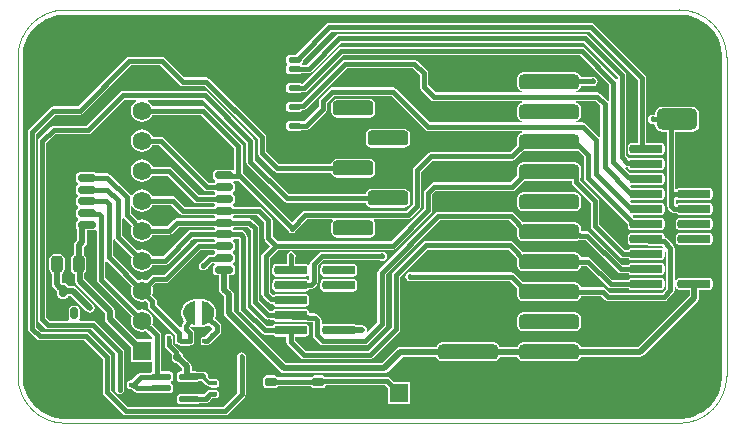
<source format=gtl>
G04*
G04 #@! TF.GenerationSoftware,Altium Limited,Altium Designer,20.1.8 (145)*
G04*
G04 Layer_Physical_Order=1*
G04 Layer_Color=255*
%FSLAX44Y44*%
%MOMM*%
G71*
G04*
G04 #@! TF.SameCoordinates,C9CF11F6-8CB7-4B33-927B-0983859D9422*
G04*
G04*
G04 #@! TF.FilePolarity,Positive*
G04*
G01*
G75*
%ADD13C,0.4000*%
G04:AMPARAMS|DCode=19|XSize=0.75mm|YSize=1mm|CornerRadius=0.18mm|HoleSize=0mm|Usage=FLASHONLY|Rotation=90.000|XOffset=0mm|YOffset=0mm|HoleType=Round|Shape=RoundedRectangle|*
%AMROUNDEDRECTD19*
21,1,0.7500,0.6400,0,0,90.0*
21,1,0.3900,1.0000,0,0,90.0*
1,1,0.3600,0.3200,0.1950*
1,1,0.3600,0.3200,-0.1950*
1,1,0.3600,-0.3200,-0.1950*
1,1,0.3600,-0.3200,0.1950*
%
%ADD19ROUNDEDRECTD19*%
G04:AMPARAMS|DCode=20|XSize=1.61mm|YSize=0.59mm|CornerRadius=0.1505mm|HoleSize=0mm|Usage=FLASHONLY|Rotation=0.000|XOffset=0mm|YOffset=0mm|HoleType=Round|Shape=RoundedRectangle|*
%AMROUNDEDRECTD20*
21,1,1.6100,0.2891,0,0,0.0*
21,1,1.3091,0.5900,0,0,0.0*
1,1,0.3009,0.6546,-0.1446*
1,1,0.3009,-0.6546,-0.1446*
1,1,0.3009,-0.6546,0.1446*
1,1,0.3009,0.6546,0.1446*
%
%ADD20ROUNDEDRECTD20*%
G04:AMPARAMS|DCode=21|XSize=1.01mm|YSize=0.61mm|CornerRadius=0.1495mm|HoleSize=0mm|Usage=FLASHONLY|Rotation=90.000|XOffset=0mm|YOffset=0mm|HoleType=Round|Shape=RoundedRectangle|*
%AMROUNDEDRECTD21*
21,1,1.0100,0.3111,0,0,90.0*
21,1,0.7111,0.6100,0,0,90.0*
1,1,0.2989,0.1556,0.3556*
1,1,0.2989,0.1556,-0.3556*
1,1,0.2989,-0.1556,-0.3556*
1,1,0.2989,-0.1556,0.3556*
%
%ADD21ROUNDEDRECTD21*%
G04:AMPARAMS|DCode=22|XSize=0.48mm|YSize=0.4mm|CornerRadius=0.1mm|HoleSize=0mm|Usage=FLASHONLY|Rotation=0.000|XOffset=0mm|YOffset=0mm|HoleType=Round|Shape=RoundedRectangle|*
%AMROUNDEDRECTD22*
21,1,0.4800,0.2000,0,0,0.0*
21,1,0.2800,0.4000,0,0,0.0*
1,1,0.2000,0.1400,-0.1000*
1,1,0.2000,-0.1400,-0.1000*
1,1,0.2000,-0.1400,0.1000*
1,1,0.2000,0.1400,0.1000*
%
%ADD22ROUNDEDRECTD22*%
%ADD23R,0.1000X0.1000*%
G04:AMPARAMS|DCode=24|XSize=1.27mm|YSize=3.429mm|CornerRadius=0.3175mm|HoleSize=0mm|Usage=FLASHONLY|Rotation=90.000|XOffset=0mm|YOffset=0mm|HoleType=Round|Shape=RoundedRectangle|*
%AMROUNDEDRECTD24*
21,1,1.2700,2.7940,0,0,90.0*
21,1,0.6350,3.4290,0,0,90.0*
1,1,0.6350,1.3970,0.3175*
1,1,0.6350,1.3970,-0.3175*
1,1,0.6350,-1.3970,-0.3175*
1,1,0.6350,-1.3970,0.3175*
%
%ADD24ROUNDEDRECTD24*%
G04:AMPARAMS|DCode=25|XSize=1.27mm|YSize=5.08mm|CornerRadius=0.3175mm|HoleSize=0mm|Usage=FLASHONLY|Rotation=90.000|XOffset=0mm|YOffset=0mm|HoleType=Round|Shape=RoundedRectangle|*
%AMROUNDEDRECTD25*
21,1,1.2700,4.4450,0,0,90.0*
21,1,0.6350,5.0800,0,0,90.0*
1,1,0.6350,2.2225,0.3175*
1,1,0.6350,2.2225,-0.3175*
1,1,0.6350,-2.2225,-0.3175*
1,1,0.6350,-2.2225,0.3175*
%
%ADD25ROUNDEDRECTD25*%
G04:AMPARAMS|DCode=26|XSize=0.737mm|YSize=2.794mm|CornerRadius=0.1843mm|HoleSize=0mm|Usage=FLASHONLY|Rotation=90.000|XOffset=0mm|YOffset=0mm|HoleType=Round|Shape=RoundedRectangle|*
%AMROUNDEDRECTD26*
21,1,0.7370,2.4255,0,0,90.0*
21,1,0.3685,2.7940,0,0,90.0*
1,1,0.3685,1.2128,0.1843*
1,1,0.3685,1.2128,-0.1843*
1,1,0.3685,-1.2128,-0.1843*
1,1,0.3685,-1.2128,0.1843*
%
%ADD26ROUNDEDRECTD26*%
G04:AMPARAMS|DCode=27|XSize=0.99mm|YSize=1.38mm|CornerRadius=0.2525mm|HoleSize=0mm|Usage=FLASHONLY|Rotation=0.000|XOffset=0mm|YOffset=0mm|HoleType=Round|Shape=RoundedRectangle|*
%AMROUNDEDRECTD27*
21,1,0.9900,0.8751,0,0,0.0*
21,1,0.4851,1.3800,0,0,0.0*
1,1,0.5049,0.2426,-0.4376*
1,1,0.5049,-0.2426,-0.4376*
1,1,0.5049,-0.2426,0.4376*
1,1,0.5049,0.2426,0.4376*
%
%ADD27ROUNDEDRECTD27*%
G04:AMPARAMS|DCode=28|XSize=0.4mm|YSize=0.58mm|CornerRadius=0.1mm|HoleSize=0mm|Usage=FLASHONLY|Rotation=90.000|XOffset=0mm|YOffset=0mm|HoleType=Round|Shape=RoundedRectangle|*
%AMROUNDEDRECTD28*
21,1,0.4000,0.3800,0,0,90.0*
21,1,0.2000,0.5800,0,0,90.0*
1,1,0.2000,0.1900,0.1000*
1,1,0.2000,0.1900,-0.1000*
1,1,0.2000,-0.1900,-0.1000*
1,1,0.2000,-0.1900,0.1000*
%
%ADD28ROUNDEDRECTD28*%
G04:AMPARAMS|DCode=29|XSize=3.4mm|YSize=1.8mm|CornerRadius=0.45mm|HoleSize=0mm|Usage=FLASHONLY|Rotation=180.000|XOffset=0mm|YOffset=0mm|HoleType=Round|Shape=RoundedRectangle|*
%AMROUNDEDRECTD29*
21,1,3.4000,0.9000,0,0,180.0*
21,1,2.5000,1.8000,0,0,180.0*
1,1,0.9000,-1.2500,0.4500*
1,1,0.9000,1.2500,0.4500*
1,1,0.9000,1.2500,-0.4500*
1,1,0.9000,-1.2500,-0.4500*
%
%ADD29ROUNDEDRECTD29*%
G04:AMPARAMS|DCode=30|XSize=0.6mm|YSize=1.55mm|CornerRadius=0.15mm|HoleSize=0mm|Usage=FLASHONLY|Rotation=270.000|XOffset=0mm|YOffset=0mm|HoleType=Round|Shape=RoundedRectangle|*
%AMROUNDEDRECTD30*
21,1,0.6000,1.2500,0,0,270.0*
21,1,0.3000,1.5500,0,0,270.0*
1,1,0.3000,-0.6250,-0.1500*
1,1,0.3000,-0.6250,0.1500*
1,1,0.3000,0.6250,0.1500*
1,1,0.3000,0.6250,-0.1500*
%
%ADD30ROUNDEDRECTD30*%
G04:AMPARAMS|DCode=31|XSize=1.2mm|YSize=1.8mm|CornerRadius=0.3mm|HoleSize=0mm|Usage=FLASHONLY|Rotation=270.000|XOffset=0mm|YOffset=0mm|HoleType=Round|Shape=RoundedRectangle|*
%AMROUNDEDRECTD31*
21,1,1.2000,1.2000,0,0,270.0*
21,1,0.6000,1.8000,0,0,270.0*
1,1,0.6000,-0.6000,-0.3000*
1,1,0.6000,-0.6000,0.3000*
1,1,0.6000,0.6000,0.3000*
1,1,0.6000,0.6000,-0.3000*
%
%ADD31ROUNDEDRECTD31*%
G04:AMPARAMS|DCode=32|XSize=1.2mm|YSize=1.7mm|CornerRadius=0.3mm|HoleSize=0mm|Usage=FLASHONLY|Rotation=90.000|XOffset=0mm|YOffset=0mm|HoleType=Round|Shape=RoundedRectangle|*
%AMROUNDEDRECTD32*
21,1,1.2000,1.1000,0,0,90.0*
21,1,0.6000,1.7000,0,0,90.0*
1,1,0.6000,0.5500,0.3000*
1,1,0.6000,0.5500,-0.3000*
1,1,0.6000,-0.5500,-0.3000*
1,1,0.6000,-0.5500,0.3000*
%
%ADD32ROUNDEDRECTD32*%
G04:AMPARAMS|DCode=33|XSize=0.5mm|YSize=1.1mm|CornerRadius=0.125mm|HoleSize=0mm|Usage=FLASHONLY|Rotation=90.000|XOffset=0mm|YOffset=0mm|HoleType=Round|Shape=RoundedRectangle|*
%AMROUNDEDRECTD33*
21,1,0.5000,0.8500,0,0,90.0*
21,1,0.2500,1.1000,0,0,90.0*
1,1,0.2500,0.4250,0.1250*
1,1,0.2500,0.4250,-0.1250*
1,1,0.2500,-0.4250,-0.1250*
1,1,0.2500,-0.4250,0.1250*
%
%ADD33ROUNDEDRECTD33*%
G04:AMPARAMS|DCode=34|XSize=2.794mm|YSize=0.7366mm|CornerRadius=0.1842mm|HoleSize=0mm|Usage=FLASHONLY|Rotation=180.000|XOffset=0mm|YOffset=0mm|HoleType=Round|Shape=RoundedRectangle|*
%AMROUNDEDRECTD34*
21,1,2.7940,0.3683,0,0,180.0*
21,1,2.4257,0.7366,0,0,180.0*
1,1,0.3683,-1.2129,0.1842*
1,1,0.3683,1.2129,0.1842*
1,1,0.3683,1.2129,-0.1842*
1,1,0.3683,-1.2129,-0.1842*
%
%ADD34ROUNDEDRECTD34*%
G04:AMPARAMS|DCode=35|XSize=0.63mm|YSize=0.61mm|CornerRadius=0.1495mm|HoleSize=0mm|Usage=FLASHONLY|Rotation=180.000|XOffset=0mm|YOffset=0mm|HoleType=Round|Shape=RoundedRectangle|*
%AMROUNDEDRECTD35*
21,1,0.6300,0.3111,0,0,180.0*
21,1,0.3311,0.6100,0,0,180.0*
1,1,0.2989,-0.1656,0.1556*
1,1,0.2989,0.1656,0.1556*
1,1,0.2989,0.1656,-0.1556*
1,1,0.2989,-0.1656,-0.1556*
%
%ADD35ROUNDEDRECTD35*%
G04:AMPARAMS|DCode=36|XSize=0.4mm|YSize=0.58mm|CornerRadius=0.1mm|HoleSize=0mm|Usage=FLASHONLY|Rotation=180.000|XOffset=0mm|YOffset=0mm|HoleType=Round|Shape=RoundedRectangle|*
%AMROUNDEDRECTD36*
21,1,0.4000,0.3800,0,0,180.0*
21,1,0.2000,0.5800,0,0,180.0*
1,1,0.2000,-0.1000,0.1900*
1,1,0.2000,0.1000,0.1900*
1,1,0.2000,0.1000,-0.1900*
1,1,0.2000,-0.1000,-0.1900*
%
%ADD36ROUNDEDRECTD36*%
%ADD59C,0.5080*%
%ADD60C,0.3810*%
%ADD61C,0.3000*%
%ADD62C,0.0500*%
%ADD63C,1.5500*%
%ADD64R,1.5500X1.5500*%
%ADD65C,6.0000*%
%ADD66R,1.5900X1.5900*%
%ADD67C,1.5900*%
%ADD68C,0.7500*%
%ADD69C,0.4572*%
G36*
X562367Y346115D02*
X567061Y345498D01*
X571634Y344272D01*
X576008Y342460D01*
X580108Y340093D01*
X583864Y337211D01*
X587211Y333864D01*
X590093Y330108D01*
X592460Y326008D01*
X594272Y321634D01*
X595498Y317061D01*
X596115Y312367D01*
Y310000D01*
Y40000D01*
Y37633D01*
X595498Y32939D01*
X594272Y28366D01*
X592460Y23992D01*
X590093Y19892D01*
X587211Y16136D01*
X583864Y12789D01*
X580108Y9907D01*
X576008Y7539D01*
X571634Y5728D01*
X567061Y4502D01*
X562367Y3884D01*
X560000Y3884D01*
X40000Y3884D01*
X37633D01*
X32939Y4502D01*
X28366Y5728D01*
X23992Y7539D01*
X19892Y9907D01*
X16136Y12789D01*
X12789Y16136D01*
X9907Y19892D01*
X7539Y23992D01*
X5728Y28366D01*
X4502Y32939D01*
X3884Y37633D01*
Y40000D01*
Y310000D01*
Y312367D01*
X4502Y317061D01*
X5728Y321634D01*
X7539Y326008D01*
X9907Y330108D01*
X12789Y333864D01*
X16136Y337211D01*
X19892Y340093D01*
X23992Y342460D01*
X28366Y344272D01*
X32939Y345498D01*
X37633Y346115D01*
X40000Y346115D01*
X560000D01*
X562367Y346115D01*
D02*
G37*
%LPC*%
G36*
X570645Y267947D02*
X545645D01*
X543294Y267480D01*
X541301Y266148D01*
X539970Y264156D01*
X539508Y261831D01*
X539460Y261779D01*
X538232Y261032D01*
X537277Y261222D01*
X535790Y260926D01*
X534530Y260084D01*
X533688Y258824D01*
X533392Y257337D01*
X533688Y255851D01*
X534530Y254590D01*
X535790Y253748D01*
X537277Y253453D01*
X538232Y253643D01*
X539503Y252840D01*
Y252805D01*
X539970Y250455D01*
X541301Y248462D01*
X543294Y247131D01*
X545645Y246663D01*
X549285D01*
Y192040D01*
X549559Y190665D01*
X549619Y190576D01*
Y183693D01*
X549893Y182318D01*
X550671Y181152D01*
X553014Y178809D01*
X554180Y178030D01*
X555555Y177757D01*
X557653D01*
X558105Y177080D01*
X559219Y176336D01*
X560532Y176075D01*
X584787D01*
X586101Y176336D01*
X587215Y177080D01*
X587959Y178194D01*
X588220Y179508D01*
Y183193D01*
X587959Y184506D01*
X587215Y185620D01*
X586101Y186364D01*
X584787Y186625D01*
X560532D01*
X559219Y186364D01*
X558105Y185620D01*
X558075Y185574D01*
X556805Y185959D01*
Y189440D01*
X558075Y189826D01*
X558105Y189780D01*
X559219Y189036D01*
X560532Y188775D01*
X584787D01*
X586101Y189036D01*
X587215Y189780D01*
X587959Y190894D01*
X588220Y192208D01*
Y195893D01*
X587959Y197206D01*
X587215Y198320D01*
X586101Y199064D01*
X584787Y199325D01*
X560532D01*
X559219Y199064D01*
X558105Y198320D01*
X556677Y198439D01*
X556471Y198636D01*
Y246663D01*
X570645D01*
X572995Y247131D01*
X574988Y248462D01*
X576319Y250455D01*
X576787Y252805D01*
Y261805D01*
X576319Y264156D01*
X574988Y266148D01*
X572995Y267480D01*
X570645Y267947D01*
D02*
G37*
G36*
X297815Y274666D02*
X269875D01*
X268042Y274301D01*
X266487Y273263D01*
X265449Y271708D01*
X265084Y269875D01*
Y263525D01*
X265449Y261692D01*
X266487Y260137D01*
X268042Y259099D01*
X269875Y258734D01*
X297815D01*
X299648Y259099D01*
X301203Y260137D01*
X302241Y261692D01*
X302606Y263525D01*
Y269875D01*
X302241Y271708D01*
X301203Y273263D01*
X299648Y274301D01*
X297815Y274666D01*
D02*
G37*
G36*
X327025Y249266D02*
X299085D01*
X297252Y248901D01*
X295697Y247863D01*
X294659Y246308D01*
X294294Y244475D01*
Y238125D01*
X294659Y236292D01*
X295697Y234737D01*
X297252Y233699D01*
X299085Y233334D01*
X327025D01*
X328858Y233699D01*
X330413Y234737D01*
X331451Y236292D01*
X331816Y238125D01*
Y244475D01*
X331451Y246308D01*
X330413Y247863D01*
X328858Y248901D01*
X327025Y249266D01*
D02*
G37*
G36*
X485158Y338873D02*
X263583D01*
X262208Y338600D01*
X261042Y337821D01*
X235300Y312078D01*
X229826D01*
X228743Y311863D01*
X227826Y311250D01*
X227213Y310332D01*
X226998Y309250D01*
Y306750D01*
X227213Y305668D01*
X227826Y304750D01*
Y303250D01*
X227213Y302332D01*
X226998Y301250D01*
Y298750D01*
X227213Y297668D01*
X227826Y296750D01*
X228743Y296137D01*
X229826Y295922D01*
X238326D01*
X239408Y296137D01*
X239812Y296407D01*
X245993D01*
X247368Y296681D01*
X248534Y297459D01*
X273482Y322407D01*
X478775D01*
X507699Y293483D01*
Y291668D01*
X507346Y291423D01*
X506429Y291183D01*
X479702Y317910D01*
X478536Y318689D01*
X477161Y318963D01*
X273556D01*
X272181Y318689D01*
X271015Y317910D01*
X240698Y287593D01*
X239812D01*
X239408Y287863D01*
X238326Y288078D01*
X229826D01*
X228743Y287863D01*
X227826Y287250D01*
X227213Y286332D01*
X226998Y285250D01*
Y282750D01*
X227213Y281668D01*
X227826Y280750D01*
X228743Y280137D01*
X229826Y279922D01*
X238326D01*
X239408Y280137D01*
X239812Y280407D01*
X242186D01*
X243561Y280681D01*
X244727Y281459D01*
X275044Y311777D01*
X475673D01*
X500530Y286920D01*
Y273335D01*
X499259Y272950D01*
X499125Y273152D01*
X493147Y279130D01*
X491981Y279908D01*
X490606Y280182D01*
X472533D01*
X472408Y281452D01*
X473648Y281699D01*
X475203Y282737D01*
X476241Y284292D01*
X476560Y285895D01*
X485831D01*
X486747Y285713D01*
X488233Y286008D01*
X489494Y286850D01*
X490336Y288111D01*
X490632Y289597D01*
X490336Y291084D01*
X489494Y292344D01*
X488233Y293186D01*
X486747Y293482D01*
X485260Y293186D01*
X485103Y293081D01*
X476486D01*
X476241Y294308D01*
X475203Y295863D01*
X473648Y296901D01*
X471815Y297266D01*
X427365D01*
X425532Y296901D01*
X423977Y295863D01*
X422939Y294308D01*
X422574Y292475D01*
Y286125D01*
X422939Y284292D01*
X423977Y282737D01*
X425532Y281699D01*
X426772Y281452D01*
X426647Y280182D01*
X353560D01*
X347327Y286415D01*
Y296270D01*
X347053Y297645D01*
X346274Y298810D01*
X338192Y306892D01*
X337027Y307671D01*
X335652Y307944D01*
X276833D01*
X275458Y307671D01*
X274293Y306892D01*
X239609Y272209D01*
X234692D01*
X234036Y272078D01*
X229826D01*
X228743Y271863D01*
X227826Y271250D01*
X227213Y270332D01*
X226998Y269250D01*
Y266750D01*
X227213Y265668D01*
X227826Y264750D01*
X228743Y264137D01*
X229826Y263922D01*
X238326D01*
X239408Y264137D01*
X240326Y264750D01*
X240508Y265023D01*
X241098D01*
X242473Y265296D01*
X243638Y266075D01*
X278322Y300758D01*
X334164D01*
X340140Y294781D01*
Y284927D01*
X340414Y283552D01*
X341193Y282386D01*
X349531Y274048D01*
X350696Y273269D01*
X352071Y272996D01*
X426535D01*
X426660Y271726D01*
X425532Y271501D01*
X423977Y270463D01*
X422939Y268909D01*
X422574Y267075D01*
Y260725D01*
X422939Y258892D01*
X423977Y257337D01*
X425532Y256299D01*
X426484Y256109D01*
X426359Y254839D01*
X348867D01*
X320366Y283339D01*
X319201Y284118D01*
X317826Y284392D01*
X265830D01*
X264455Y284118D01*
X263289Y283339D01*
X255461Y275511D01*
X254682Y274345D01*
X254408Y272970D01*
Y267842D01*
X242160Y255593D01*
X239812D01*
X239408Y255863D01*
X238326Y256078D01*
X229826D01*
X228743Y255863D01*
X227826Y255250D01*
X227213Y254332D01*
X226998Y253250D01*
Y250750D01*
X227213Y249668D01*
X227826Y248750D01*
X228743Y248137D01*
X229826Y247922D01*
X238326D01*
X239408Y248137D01*
X239812Y248407D01*
X243648D01*
X245023Y248680D01*
X246189Y249459D01*
X260542Y263813D01*
X261321Y264978D01*
X261594Y266353D01*
Y271482D01*
X267318Y277206D01*
X316338D01*
X344838Y248706D01*
X346003Y247927D01*
X347378Y247653D01*
X426823D01*
X426948Y246383D01*
X425532Y246101D01*
X423977Y245063D01*
X422939Y243508D01*
X422574Y241675D01*
Y235325D01*
X422585Y235269D01*
X416898Y229583D01*
X349353D01*
X347978Y229309D01*
X346812Y228530D01*
X335125Y216843D01*
X334346Y215678D01*
X334073Y214303D01*
Y185722D01*
X328362Y180012D01*
X243309D01*
X241935Y179738D01*
X240769Y178959D01*
X231856Y170046D01*
X190221Y211680D01*
Y234740D01*
X189948Y236115D01*
X189169Y237281D01*
X159058Y267392D01*
X157893Y268171D01*
X156518Y268444D01*
X113766D01*
X113275Y269629D01*
X111757Y271608D01*
X110086Y272890D01*
X110455Y274160D01*
X156623D01*
X193216Y237567D01*
Y221243D01*
X193490Y219868D01*
X194268Y218702D01*
X225011Y187959D01*
X226177Y187181D01*
X227552Y186907D01*
X294377D01*
X294659Y185492D01*
X295697Y183937D01*
X297252Y182899D01*
X299085Y182534D01*
X327025D01*
X328858Y182899D01*
X330413Y183937D01*
X331451Y185492D01*
X331816Y187325D01*
Y193675D01*
X331451Y195508D01*
X330413Y197063D01*
X328858Y198101D01*
X327025Y198466D01*
X299085D01*
X297252Y198101D01*
X295697Y197063D01*
X294659Y195508D01*
X294377Y194093D01*
X229040D01*
X200402Y222731D01*
Y239055D01*
X200129Y240430D01*
X199350Y241595D01*
X160652Y280294D01*
X159486Y281072D01*
X158111Y281346D01*
X88777D01*
X87402Y281072D01*
X86236Y280294D01*
X57948Y252005D01*
X30176D01*
X28801Y251731D01*
X27635Y250953D01*
X17913Y241230D01*
X17134Y240065D01*
X16860Y238690D01*
Y88003D01*
X17134Y86628D01*
X17913Y85462D01*
X22668Y80706D01*
X23834Y79928D01*
X25209Y79654D01*
X61881D01*
X82454Y59081D01*
Y30102D01*
X82163Y28636D01*
X82458Y27149D01*
X83300Y25889D01*
X84561Y25047D01*
X86047Y24751D01*
X87534Y25047D01*
X88794Y25889D01*
X89636Y27149D01*
X89932Y28636D01*
X89640Y30102D01*
Y60569D01*
X89367Y61944D01*
X88588Y63110D01*
X65910Y85788D01*
X64744Y86567D01*
X63369Y86840D01*
X52447D01*
X51768Y88110D01*
X51892Y88295D01*
X52126Y89473D01*
Y96584D01*
X51892Y97761D01*
X51224Y98760D01*
X50226Y99427D01*
X49048Y99661D01*
X45937D01*
X44759Y99427D01*
X43761Y98760D01*
X43094Y97761D01*
X42860Y96584D01*
Y89473D01*
X43094Y88295D01*
X43217Y88110D01*
X42538Y86840D01*
X26697D01*
X24046Y89491D01*
Y237201D01*
X31664Y244819D01*
X59436D01*
X60811Y245093D01*
X61977Y245871D01*
X90265Y274160D01*
X99545D01*
X99914Y272890D01*
X98243Y271608D01*
X96725Y269629D01*
X95770Y267324D01*
X95444Y264851D01*
X95770Y262378D01*
X96725Y260073D01*
X98243Y258094D01*
X100222Y256576D01*
X102527Y255621D01*
X105000Y255295D01*
X107473Y255621D01*
X109778Y256576D01*
X111757Y258094D01*
X113275Y260073D01*
X113766Y261258D01*
X155029D01*
X183035Y233252D01*
Y215022D01*
X181765Y214343D01*
X181757Y214349D01*
X180578Y214583D01*
X168078D01*
X166898Y214349D01*
X165897Y213680D01*
X165229Y212680D01*
X164994Y211500D01*
Y208500D01*
X165229Y207320D01*
X165897Y206320D01*
X166898Y205651D01*
X166918Y205648D01*
Y204353D01*
X166898Y204349D01*
X165897Y203680D01*
X165839Y203593D01*
X161508D01*
X123445Y241656D01*
X122280Y242435D01*
X120905Y242709D01*
X113905D01*
X113275Y244229D01*
X111757Y246208D01*
X109778Y247727D01*
X107473Y248681D01*
X105000Y249007D01*
X102527Y248681D01*
X100222Y247727D01*
X98243Y246208D01*
X96725Y244229D01*
X95770Y241924D01*
X95444Y239451D01*
X95770Y236978D01*
X96725Y234673D01*
X98243Y232694D01*
X100222Y231176D01*
X102527Y230221D01*
X105000Y229895D01*
X107473Y230221D01*
X109778Y231176D01*
X111757Y232694D01*
X113275Y234673D01*
X113627Y235522D01*
X119416D01*
X157479Y197459D01*
X158645Y196681D01*
X160020Y196407D01*
X165839D01*
X165897Y196320D01*
X166898Y195651D01*
X166918Y195648D01*
Y194353D01*
X166898Y194349D01*
X165897Y193680D01*
X165839Y193593D01*
X152755D01*
X130406Y215942D01*
X129240Y216721D01*
X127865Y216995D01*
X114035D01*
X113275Y218829D01*
X111757Y220808D01*
X109778Y222327D01*
X107473Y223281D01*
X105000Y223607D01*
X102527Y223281D01*
X100222Y222327D01*
X98243Y220808D01*
X96725Y218829D01*
X95770Y216524D01*
X95444Y214051D01*
X95770Y211578D01*
X96725Y209273D01*
X98243Y207294D01*
X100222Y205776D01*
X102527Y204821D01*
X105000Y204495D01*
X107473Y204821D01*
X109778Y205776D01*
X111757Y207294D01*
X113275Y209273D01*
X113497Y209809D01*
X126377D01*
X148726Y187459D01*
X149892Y186681D01*
X151267Y186407D01*
X165839D01*
X165897Y186320D01*
X166898Y185651D01*
X166918Y185648D01*
Y184353D01*
X166898Y184349D01*
X165897Y183680D01*
X165839Y183593D01*
X141444D01*
X133845Y191192D01*
X132680Y191971D01*
X131305Y192244D01*
X113766D01*
X113275Y193429D01*
X111757Y195408D01*
X109778Y196927D01*
X107473Y197881D01*
X105000Y198207D01*
X102527Y197881D01*
X100222Y196927D01*
X98243Y195408D01*
X96725Y193429D01*
X96515Y192922D01*
X95194Y193052D01*
X95173Y193156D01*
X94394Y194322D01*
X78199Y210517D01*
X77034Y211296D01*
X75659Y211569D01*
X66878D01*
X66820Y211656D01*
X65820Y212325D01*
X64640Y212559D01*
X52140D01*
X50960Y212325D01*
X49960Y211656D01*
X49292Y210656D01*
X49057Y209476D01*
Y206476D01*
X49292Y205296D01*
X49960Y204296D01*
X50960Y203627D01*
X50980Y203624D01*
Y202329D01*
X50960Y202325D01*
X49960Y201656D01*
X49292Y200656D01*
X49057Y199476D01*
Y196476D01*
X49292Y195296D01*
X49960Y194296D01*
X50960Y193627D01*
X50980Y193624D01*
Y192329D01*
X50960Y192325D01*
X49960Y191656D01*
X49292Y190656D01*
X49057Y189476D01*
Y186476D01*
X49292Y185296D01*
X49960Y184296D01*
X50960Y183627D01*
X50980Y183624D01*
Y182329D01*
X50960Y182325D01*
X49960Y181656D01*
X49292Y180656D01*
X49057Y179476D01*
Y176476D01*
X49292Y175296D01*
X49960Y174296D01*
X50960Y173627D01*
X50980Y173624D01*
Y172329D01*
X50960Y172325D01*
X49960Y171656D01*
X49292Y170656D01*
X49057Y169476D01*
Y166476D01*
X49292Y165296D01*
X49960Y164296D01*
X50089Y164209D01*
Y155010D01*
X48642Y153563D01*
X47744Y152219D01*
X47429Y150633D01*
Y142975D01*
X47217Y142933D01*
X45878Y142038D01*
X44983Y140698D01*
X44669Y139119D01*
Y130368D01*
X44983Y128788D01*
X45878Y127449D01*
X47217Y126554D01*
X47943Y126410D01*
Y120854D01*
X48259Y119268D01*
X49157Y117924D01*
X73615Y93466D01*
Y88374D01*
X73930Y86788D01*
X74828Y85444D01*
X95526Y64746D01*
Y52177D01*
X113714D01*
Y43799D01*
X113709Y43798D01*
X112708Y43129D01*
X112546Y42887D01*
X104097D01*
X102722Y42613D01*
X101556Y41834D01*
X96013Y36291D01*
X94721D01*
X93737Y36096D01*
X92902Y35538D01*
X92344Y34703D01*
X92148Y33718D01*
Y31718D01*
X92344Y30733D01*
X92902Y29898D01*
X93737Y29341D01*
X94721Y29145D01*
X96013D01*
X98043Y27115D01*
X99209Y26336D01*
X100584Y26062D01*
X113170D01*
X113709Y25702D01*
X114891Y25467D01*
X127982D01*
X129164Y25702D01*
X130166Y26371D01*
X130835Y27373D01*
X131070Y28554D01*
Y31446D01*
X130835Y32627D01*
X130166Y33629D01*
X129544Y34044D01*
X129502Y34173D01*
Y35327D01*
X129544Y35456D01*
X130166Y35871D01*
X130835Y36873D01*
X131070Y38054D01*
Y40946D01*
X130835Y42127D01*
X130166Y43129D01*
X129164Y43798D01*
X127982Y44033D01*
X120900D01*
Y74744D01*
X120627Y76119D01*
X119848Y77284D01*
X113739Y83393D01*
X114230Y84578D01*
X114556Y87051D01*
X114230Y89524D01*
X113275Y91829D01*
X111757Y93808D01*
X109778Y95327D01*
X107473Y96281D01*
X105000Y96607D01*
X102527Y96281D01*
X101342Y95791D01*
X73888Y123244D01*
Y136685D01*
X75158Y137212D01*
X96261Y116109D01*
X95770Y114924D01*
X95444Y112451D01*
X95770Y109978D01*
X96725Y107673D01*
X98243Y105694D01*
X100222Y104176D01*
X102527Y103221D01*
X105000Y102895D01*
X107473Y103221D01*
X108564Y103673D01*
X110173Y102064D01*
Y99413D01*
X110447Y98038D01*
X111226Y96873D01*
X133032Y75066D01*
Y72284D01*
X133018Y72212D01*
Y71312D01*
X133038Y71214D01*
Y70511D01*
X133018Y70412D01*
X133038Y70314D01*
Y69412D01*
X133233Y68427D01*
X133791Y67592D01*
X134626Y67035D01*
X134977Y66965D01*
X135143Y66799D01*
X136308Y66020D01*
X137683Y65747D01*
X144634D01*
X146009Y66020D01*
X146030Y66034D01*
X146702D01*
X147687Y66230D01*
X148522Y66788D01*
X149080Y67623D01*
X149276Y68608D01*
Y70608D01*
X149080Y71593D01*
X148895Y71869D01*
Y76845D01*
X148622Y78220D01*
X147843Y79386D01*
X145933Y81296D01*
X146699Y82341D01*
X146738Y82315D01*
X148670Y81930D01*
X148836Y81963D01*
X148992Y81899D01*
X149977D01*
X150595Y82155D01*
X150834Y81995D01*
X151477Y81867D01*
X154477D01*
X155120Y81995D01*
X155359Y82155D01*
X155977Y81899D01*
X156962D01*
X157118Y81963D01*
X157284Y81930D01*
X159216Y82315D01*
X159356Y82409D01*
X159525D01*
X161345Y83162D01*
X161464Y83282D01*
X161630Y83315D01*
X161908Y83500D01*
X164533Y80876D01*
Y79755D01*
X162530Y77753D01*
X161287Y76922D01*
X160457Y75679D01*
X158325Y73547D01*
X157603Y73404D01*
X157271Y73181D01*
X157102D01*
X156117Y72986D01*
X155282Y72428D01*
X154725Y71593D01*
X154529Y70608D01*
Y68608D01*
X154725Y67623D01*
X155282Y66788D01*
X156117Y66230D01*
X157102Y66034D01*
X158404D01*
X158502Y66015D01*
X158601Y66034D01*
X159902D01*
X160887Y66230D01*
X161722Y66788D01*
X162019Y67233D01*
X162484Y67543D01*
X165538Y70598D01*
X166781Y71428D01*
X167612Y72671D01*
X170666Y75726D01*
X171445Y76892D01*
X171719Y78267D01*
Y82364D01*
X171445Y83739D01*
X170666Y84904D01*
X166664Y88907D01*
X167117Y90000D01*
Y90169D01*
X167211Y90309D01*
X167595Y92241D01*
X167562Y92407D01*
X167626Y92563D01*
Y94533D01*
X167562Y94689D01*
X167595Y94855D01*
X167211Y96787D01*
X167117Y96927D01*
Y97096D01*
X166363Y98916D01*
X166243Y99036D01*
X166210Y99201D01*
X165116Y100839D01*
X164976Y100933D01*
X164911Y101089D01*
X163518Y102482D01*
X163362Y102547D01*
X163268Y102687D01*
X161630Y103782D01*
X161465Y103815D01*
X161345Y103934D01*
X159525Y104688D01*
X159356D01*
X159216Y104782D01*
X157284Y105166D01*
X157118Y105133D01*
X156962Y105198D01*
X155977D01*
X155359Y104942D01*
X155120Y105101D01*
X154477Y105230D01*
X151477D01*
X150834Y105101D01*
X150595Y104942D01*
X149977Y105198D01*
X148992D01*
X148836Y105133D01*
X148670Y105166D01*
X146738Y104782D01*
X146598Y104688D01*
X146429D01*
X144609Y103934D01*
X144489Y103815D01*
X144324Y103782D01*
X142686Y102687D01*
X142592Y102547D01*
X142436Y102482D01*
X141043Y101089D01*
X140978Y100933D01*
X140838Y100839D01*
X139743Y99201D01*
X139711Y99036D01*
X139591Y98916D01*
X138837Y97096D01*
Y96927D01*
X138743Y96787D01*
X138359Y94855D01*
X138392Y94689D01*
X138327Y94533D01*
Y92563D01*
X138392Y92407D01*
X138359Y92241D01*
X138743Y90309D01*
X138837Y90169D01*
Y90000D01*
X139591Y88180D01*
X139711Y88061D01*
X139743Y87895D01*
X140753Y86384D01*
X139312Y84418D01*
X139129Y84027D01*
X138890Y83669D01*
X138836Y83398D01*
X138719Y83147D01*
X138701Y82717D01*
X138616Y82294D01*
Y81440D01*
X137346Y80914D01*
X117359Y100901D01*
Y103552D01*
X117086Y104927D01*
X116307Y106093D01*
X113701Y108699D01*
X114230Y109978D01*
X114556Y112451D01*
X114230Y114924D01*
X113839Y115870D01*
X116522Y118553D01*
X125026D01*
X126401Y118826D01*
X127566Y119605D01*
X154368Y146407D01*
X165839D01*
X165897Y146320D01*
X166898Y145652D01*
X166918Y145647D01*
Y144353D01*
X166898Y144349D01*
X165897Y143680D01*
X165229Y142680D01*
X165212Y142593D01*
X162550D01*
X161175Y142320D01*
X160009Y141541D01*
X155458Y136989D01*
X154215Y136159D01*
X153373Y134899D01*
X153077Y133412D01*
X153087Y133362D01*
X153030Y133073D01*
X153303Y131698D01*
X154082Y130533D01*
X155248Y129754D01*
X156623Y129480D01*
X156911Y129538D01*
X156962Y129528D01*
X158448Y129823D01*
X159709Y130665D01*
X160539Y131908D01*
X164038Y135407D01*
X166204D01*
X166581Y134137D01*
X165897Y133680D01*
X165229Y132680D01*
X164994Y131500D01*
Y128500D01*
X165229Y127320D01*
X165897Y126320D01*
X166898Y125652D01*
X168078Y125417D01*
X170097D01*
Y113278D01*
X170413Y111692D01*
X171311Y110348D01*
X174163Y107496D01*
Y93704D01*
X174478Y92118D01*
X175376Y90774D01*
X222282Y43868D01*
X223626Y42970D01*
X225212Y42655D01*
X310030D01*
X311616Y42970D01*
X312960Y43868D01*
X325648Y56556D01*
X354167D01*
X354339Y55692D01*
X355377Y54137D01*
X356931Y53099D01*
X358765Y52734D01*
X403215D01*
X405048Y53099D01*
X406603Y54137D01*
X407641Y55692D01*
X407813Y56556D01*
X422767D01*
X422939Y55692D01*
X423977Y54137D01*
X425532Y53099D01*
X427365Y52734D01*
X471815D01*
X473648Y53099D01*
X475203Y54137D01*
X476241Y55692D01*
X476413Y56556D01*
X526868D01*
X528454Y56872D01*
X529798Y57770D01*
X575590Y103562D01*
X576488Y104906D01*
X576804Y106492D01*
Y112575D01*
X584787D01*
X586101Y112836D01*
X587215Y113580D01*
X587959Y114694D01*
X588220Y116007D01*
Y119692D01*
X587959Y121006D01*
X587215Y122120D01*
X586101Y122864D01*
X584787Y123125D01*
X560532D01*
X559219Y122864D01*
X558105Y122120D01*
X557361Y121006D01*
X557263Y120511D01*
X555993Y120636D01*
Y148102D01*
X555719Y149476D01*
X554940Y150642D01*
X549056Y156526D01*
X547891Y157305D01*
X547500Y157383D01*
Y157793D01*
X547239Y159106D01*
X546495Y160220D01*
X545381Y160964D01*
X544067Y161225D01*
X519813D01*
X518499Y160964D01*
X517385Y160220D01*
X516641Y159106D01*
X516380Y157793D01*
Y154108D01*
X516641Y152794D01*
X517385Y151680D01*
X518499Y150936D01*
X519813Y150675D01*
X532516D01*
X532529Y150666D01*
X533904Y150393D01*
X545028D01*
X546128Y149292D01*
X545381Y148264D01*
X544067Y148525D01*
X519813D01*
X518499Y148264D01*
X517385Y147520D01*
X516933Y146843D01*
X513608D01*
X492131Y168320D01*
Y188038D01*
X491857Y189413D01*
X491078Y190579D01*
X476040Y205617D01*
Y207790D01*
X476241Y208092D01*
X476606Y209925D01*
Y216275D01*
X476241Y218109D01*
X475203Y219663D01*
X473648Y220701D01*
X471815Y221066D01*
X427365D01*
X425532Y220701D01*
X423977Y219663D01*
X422939Y218109D01*
X422574Y216275D01*
Y209925D01*
X422601Y209790D01*
X416794Y203983D01*
X352155D01*
X350780Y203709D01*
X349614Y202930D01*
X344604Y197921D01*
X343826Y196755D01*
X343552Y195380D01*
Y182028D01*
X315679Y154154D01*
X219776D01*
X215623Y158306D01*
Y172017D01*
X215350Y173393D01*
X214571Y174558D01*
X206589Y182541D01*
X205423Y183319D01*
X204048Y183593D01*
X182816D01*
X182758Y183680D01*
X181757Y184349D01*
X181737Y184353D01*
Y185648D01*
X181757Y185651D01*
X182758Y186320D01*
X183426Y187320D01*
X183661Y188500D01*
Y191500D01*
X183426Y192680D01*
X182758Y193680D01*
X181757Y194349D01*
X181737Y194353D01*
Y195648D01*
X181757Y195651D01*
X182758Y196320D01*
X183426Y197320D01*
X183661Y198500D01*
Y201500D01*
X183426Y202680D01*
X182758Y203680D01*
X182074Y204137D01*
X182451Y205407D01*
X186332D01*
X228176Y163562D01*
X228205Y163417D01*
X229048Y162157D01*
X230308Y161314D01*
X231794Y161019D01*
X233281Y161314D01*
X234541Y162157D01*
X235372Y163399D01*
X244798Y172825D01*
X265941D01*
X266292Y172079D01*
X266416Y171555D01*
X265449Y170108D01*
X265084Y168275D01*
Y161925D01*
X265449Y160092D01*
X266487Y158537D01*
X268042Y157499D01*
X269875Y157134D01*
X297815D01*
X299648Y157499D01*
X301203Y158537D01*
X302241Y160092D01*
X302606Y161925D01*
Y168275D01*
X302241Y170108D01*
X301275Y171555D01*
X301398Y172079D01*
X301749Y172825D01*
X329851D01*
X331226Y173099D01*
X332391Y173878D01*
X340206Y181693D01*
X340985Y182859D01*
X341259Y184233D01*
Y212814D01*
X350841Y222397D01*
X418387D01*
X419762Y222670D01*
X420927Y223449D01*
X428013Y230534D01*
X471815D01*
X473648Y230899D01*
X474064Y231176D01*
X479270Y225971D01*
Y207335D01*
X479543Y205960D01*
X480322Y204795D01*
X516380Y168737D01*
Y166807D01*
X516641Y165494D01*
X517385Y164380D01*
X518499Y163636D01*
X519813Y163375D01*
X544067D01*
X545381Y163636D01*
X546495Y164380D01*
X547239Y165494D01*
X547500Y166807D01*
Y170492D01*
X547239Y171806D01*
X546495Y172920D01*
X545381Y173664D01*
X544067Y173925D01*
X530271D01*
X530255Y173928D01*
X521352D01*
X520475Y174805D01*
X521001Y176075D01*
X544067D01*
X545381Y176336D01*
X546495Y177080D01*
X547239Y178194D01*
X547500Y179508D01*
Y183193D01*
X547239Y184506D01*
X546495Y185620D01*
X545381Y186364D01*
X544067Y186625D01*
X531364D01*
X531351Y186634D01*
X529976Y186907D01*
X519076D01*
X518074Y187909D01*
X518803Y188976D01*
X519813Y188775D01*
X544067D01*
X545381Y189036D01*
X546495Y189780D01*
X547239Y190894D01*
X547500Y192208D01*
Y195893D01*
X547239Y197206D01*
X546495Y198320D01*
X545381Y199064D01*
X544067Y199325D01*
X531364D01*
X531351Y199334D01*
X529976Y199607D01*
X519030D01*
X517998Y200640D01*
X518139Y200948D01*
X518746Y201687D01*
X519813Y201475D01*
X544067D01*
X545381Y201736D01*
X546495Y202480D01*
X547239Y203594D01*
X547500Y204907D01*
Y208592D01*
X547239Y209906D01*
X546495Y211020D01*
X545381Y211764D01*
X544067Y212025D01*
X530271D01*
X530255Y212028D01*
X518283D01*
X514076Y216235D01*
X514702Y217405D01*
X515661Y217214D01*
X516458D01*
X516641Y216294D01*
X517385Y215180D01*
X518499Y214436D01*
X519813Y214175D01*
X544067D01*
X545381Y214436D01*
X546495Y215180D01*
X547239Y216294D01*
X547500Y217607D01*
Y221292D01*
X547239Y222606D01*
X546495Y223720D01*
X545381Y224464D01*
X544067Y224725D01*
X519813D01*
X518499Y224464D01*
X518404Y224400D01*
X517150D01*
X514885Y226665D01*
Y294972D01*
X514611Y296346D01*
X513832Y297512D01*
X482804Y328541D01*
X481638Y329319D01*
X480263Y329593D01*
X271993D01*
X270618Y329319D01*
X269452Y328541D01*
X244505Y303593D01*
X240880D01*
X240531Y304321D01*
X240401Y304863D01*
X240939Y305668D01*
X241154Y306750D01*
Y307770D01*
X265071Y331687D01*
X483669D01*
X524861Y290495D01*
Y237425D01*
X519813D01*
X518499Y237164D01*
X517385Y236420D01*
X516641Y235306D01*
X516380Y233993D01*
Y230308D01*
X516641Y228994D01*
X517385Y227880D01*
X518499Y227136D01*
X519813Y226875D01*
X544067D01*
X545381Y227136D01*
X546495Y227880D01*
X547239Y228994D01*
X547500Y230308D01*
Y233993D01*
X547239Y235306D01*
X546495Y236420D01*
X545381Y237164D01*
X544067Y237425D01*
X532047D01*
Y291984D01*
X531774Y293359D01*
X530995Y294524D01*
X487698Y337821D01*
X486533Y338600D01*
X485158Y338873D01*
D02*
G37*
G36*
X121699Y310485D02*
X94212D01*
X92837Y310212D01*
X91671Y309433D01*
X50683Y268444D01*
X29979D01*
X28604Y268171D01*
X27438Y267392D01*
X9365Y249319D01*
X8586Y248153D01*
X8313Y246778D01*
Y80257D01*
X8586Y78882D01*
X9365Y77716D01*
X15745Y71336D01*
X16911Y70558D01*
X18286Y70284D01*
X56153D01*
X71641Y54796D01*
Y26448D01*
X71915Y25073D01*
X72694Y23907D01*
X88714Y7887D01*
X89880Y7108D01*
X91255Y6834D01*
X175171D01*
X176546Y7108D01*
X177712Y7887D01*
X191767Y21942D01*
X192546Y23107D01*
X192819Y24482D01*
Y54709D01*
X193111Y56175D01*
X192815Y57662D01*
X191973Y58922D01*
X190713Y59764D01*
X189226Y60060D01*
X187740Y59764D01*
X186479Y58922D01*
X185637Y57662D01*
X185341Y56175D01*
X185633Y54709D01*
Y25971D01*
X173683Y14020D01*
X92743D01*
X78827Y27936D01*
Y56285D01*
X78554Y57660D01*
X77775Y58825D01*
X60182Y76418D01*
X59017Y77197D01*
X57642Y77470D01*
X19774D01*
X15499Y81746D01*
Y245290D01*
X31467Y261258D01*
X52171D01*
X53546Y261532D01*
X54712Y262310D01*
X95700Y303299D01*
X120210D01*
X136750Y286759D01*
X137916Y285980D01*
X139291Y285707D01*
X158003D01*
X202761Y240949D01*
Y229194D01*
X203034Y227819D01*
X203813Y226654D01*
X217088Y213379D01*
X218253Y212600D01*
X219628Y212327D01*
X265163D01*
X265449Y210892D01*
X266487Y209337D01*
X268042Y208299D01*
X269875Y207934D01*
X297815D01*
X299648Y208299D01*
X301203Y209337D01*
X302241Y210892D01*
X302606Y212725D01*
Y219075D01*
X302241Y220908D01*
X301203Y222463D01*
X299648Y223501D01*
X297815Y223866D01*
X269875D01*
X268042Y223501D01*
X266487Y222463D01*
X265449Y220908D01*
X265171Y219513D01*
X221117D01*
X209947Y230683D01*
Y242437D01*
X209673Y243812D01*
X208895Y244978D01*
X162032Y291841D01*
X160866Y292619D01*
X159491Y292893D01*
X140779D01*
X124239Y309433D01*
X123074Y310212D01*
X121699Y310485D01*
D02*
G37*
G36*
X584787Y173925D02*
X560532D01*
X559219Y173664D01*
X558105Y172920D01*
X557361Y171806D01*
X557100Y170492D01*
Y166807D01*
X557361Y165494D01*
X558105Y164380D01*
X559219Y163636D01*
X560532Y163375D01*
X584787D01*
X586101Y163636D01*
X587215Y164380D01*
X587959Y165494D01*
X588220Y166807D01*
Y170492D01*
X587959Y171806D01*
X587215Y172920D01*
X586101Y173664D01*
X584787Y173925D01*
D02*
G37*
G36*
Y161225D02*
X560532D01*
X559219Y160964D01*
X558105Y160220D01*
X557361Y159106D01*
X557100Y157793D01*
Y154108D01*
X557361Y152794D01*
X558105Y151680D01*
X559219Y150936D01*
X560532Y150675D01*
X584787D01*
X586101Y150936D01*
X587215Y151680D01*
X587959Y152794D01*
X588220Y154108D01*
Y157793D01*
X587959Y159106D01*
X587215Y160220D01*
X586101Y160964D01*
X584787Y161225D01*
D02*
G37*
G36*
X35348Y143247D02*
X30497D01*
X28917Y142933D01*
X27578Y142038D01*
X26683Y140698D01*
X26369Y139119D01*
Y130368D01*
X26683Y128788D01*
X27578Y127449D01*
X28695Y126703D01*
Y117614D01*
X29010Y116028D01*
X29908Y114684D01*
X32884Y111708D01*
X33360Y111390D01*
Y108573D01*
X33594Y107395D01*
X34261Y106396D01*
X35259Y105729D01*
X36437Y105495D01*
X39548D01*
X40726Y105729D01*
X41725Y106396D01*
X42392Y107395D01*
X42509Y107984D01*
X44669D01*
X57856Y94798D01*
X59200Y93899D01*
X60786Y93584D01*
X62372Y93899D01*
X63716Y94798D01*
X64614Y96142D01*
X64929Y97728D01*
X64614Y99313D01*
X63716Y100658D01*
X49315Y115058D01*
X47971Y115956D01*
X46385Y116272D01*
X42509D01*
X42392Y116861D01*
X41725Y117860D01*
X40726Y118527D01*
X39548Y118761D01*
X37586D01*
X37543Y118770D01*
X36982Y119330D01*
Y126591D01*
X38266Y127449D01*
X39161Y128788D01*
X39476Y130368D01*
Y139119D01*
X39161Y140698D01*
X38266Y142038D01*
X36927Y142933D01*
X35348Y143247D01*
D02*
G37*
G36*
X257557Y40656D02*
X251157D01*
X249860Y40398D01*
X248760Y39664D01*
X248257Y38910D01*
X219957D01*
X219453Y39664D01*
X218354Y40398D01*
X217057Y40656D01*
X210657D01*
X209360Y40398D01*
X208260Y39664D01*
X207526Y38564D01*
X207268Y37267D01*
Y33367D01*
X207526Y32070D01*
X208260Y30970D01*
X209360Y30236D01*
X210657Y29978D01*
X217057D01*
X218354Y30236D01*
X219453Y30970D01*
X219957Y31724D01*
X248257D01*
X248760Y30970D01*
X249860Y30236D01*
X251157Y29978D01*
X257557D01*
X258854Y30236D01*
X259953Y30970D01*
X260688Y32070D01*
X260709Y32178D01*
X310598D01*
X313052Y29724D01*
Y16257D01*
X331600D01*
Y34805D01*
X318133D01*
X314627Y38311D01*
X313461Y39090D01*
X312086Y39364D01*
X260154D01*
X259953Y39664D01*
X258854Y40398D01*
X257557Y40656D01*
D02*
G37*
G36*
X128611Y75785D02*
X126611D01*
X125626Y75590D01*
X124791Y75032D01*
X124233Y74197D01*
X124038Y73212D01*
Y69412D01*
X124210Y68546D01*
Y65980D01*
X124476Y64642D01*
X125234Y63508D01*
X130158Y58584D01*
Y57281D01*
X130166Y57241D01*
Y54581D01*
X130400Y53403D01*
X131067Y52405D01*
X132065Y51737D01*
X133243Y51503D01*
X133772D01*
X138762Y46513D01*
Y44033D01*
X137791D01*
X136609Y43798D01*
X135608Y43129D01*
X134938Y42127D01*
X134703Y40946D01*
Y38054D01*
X134938Y36873D01*
X135608Y35871D01*
X136609Y35202D01*
X137791Y34967D01*
X150882D01*
X152064Y35202D01*
X152629Y35579D01*
X155995D01*
X159468Y32106D01*
X160469Y31437D01*
X161649Y31203D01*
X161649Y31203D01*
X161830D01*
X161988Y30966D01*
X162823Y30408D01*
X163808Y30213D01*
X167608D01*
X168593Y30408D01*
X169428Y30966D01*
X169986Y31801D01*
X170182Y32786D01*
Y34786D01*
X169986Y35771D01*
X169428Y36606D01*
X168593Y37164D01*
X167608Y37359D01*
X165257D01*
X165208Y37369D01*
X165208Y37369D01*
X162926D01*
X161028Y39267D01*
X161118Y39723D01*
X160803Y41309D01*
X159905Y42653D01*
X158560Y43551D01*
X156975Y43867D01*
X151721D01*
X150882Y44033D01*
X147050D01*
Y48229D01*
X146734Y49815D01*
X145836Y51159D01*
X139632Y57363D01*
Y57692D01*
X139398Y58870D01*
X138730Y59868D01*
X137732Y60535D01*
X137022Y60676D01*
X136884Y61370D01*
X136126Y62504D01*
X131202Y67428D01*
Y70317D01*
X131184Y70406D01*
Y73212D01*
X130989Y74197D01*
X130431Y75032D01*
X129596Y75590D01*
X128611Y75785D01*
D02*
G37*
G36*
X165708Y28379D02*
X162793D01*
X161418Y28105D01*
X160252Y27327D01*
X157409Y24483D01*
X152535D01*
X152064Y24798D01*
X150882Y25033D01*
X137791D01*
X136609Y24798D01*
X135608Y24129D01*
X134938Y23127D01*
X134703Y21946D01*
Y19054D01*
X134938Y17873D01*
X135608Y16871D01*
X136609Y16202D01*
X137791Y15967D01*
X150882D01*
X152064Y16202D01*
X153066Y16871D01*
X153350Y17297D01*
X157144D01*
X157301Y17192D01*
X158788Y16896D01*
X160274Y17192D01*
X161535Y18034D01*
X162365Y19277D01*
X164281Y21193D01*
X165708D01*
X165807Y21212D01*
X167608D01*
X168593Y21408D01*
X169428Y21966D01*
X169986Y22801D01*
X170182Y23786D01*
Y25786D01*
X169986Y26771D01*
X169428Y27606D01*
X168593Y28163D01*
X167608Y28359D01*
X165807D01*
X165708Y28379D01*
D02*
G37*
%LPD*%
G36*
X492991Y269123D02*
Y243098D01*
X492931Y243051D01*
X491721Y242637D01*
X480572Y253787D01*
X479406Y254566D01*
X478031Y254839D01*
X472821D01*
X472696Y256109D01*
X473648Y256299D01*
X475203Y257337D01*
X476241Y258892D01*
X476606Y260725D01*
Y267075D01*
X476241Y268909D01*
X475203Y270463D01*
X473648Y271501D01*
X472520Y271726D01*
X472645Y272996D01*
X489118D01*
X492991Y269123D01*
D02*
G37*
G36*
X137415Y177459D02*
X138581Y176681D01*
X139956Y176407D01*
X165839D01*
X165897Y176320D01*
X166898Y175651D01*
X166918Y175648D01*
Y174353D01*
X166898Y174349D01*
X165897Y173680D01*
X165839Y173593D01*
X134424D01*
X133049Y173320D01*
X131883Y172541D01*
X126186Y166844D01*
X113766D01*
X113275Y168029D01*
X111757Y170008D01*
X109778Y171527D01*
X107473Y172481D01*
X105000Y172807D01*
X102527Y172481D01*
X101342Y171991D01*
X95447Y177886D01*
Y183640D01*
X96716Y183892D01*
X96725Y183873D01*
X98243Y181894D01*
X100222Y180376D01*
X102527Y179421D01*
X105000Y179095D01*
X107473Y179421D01*
X109778Y180376D01*
X111757Y181894D01*
X113275Y183873D01*
X113766Y185058D01*
X129816D01*
X137415Y177459D01*
D02*
G37*
G36*
X96261Y166909D02*
X95770Y165724D01*
X95444Y163251D01*
X95770Y160778D01*
X96725Y158473D01*
X98243Y156494D01*
X100222Y154976D01*
X102527Y154021D01*
X105000Y153695D01*
X107473Y154021D01*
X109778Y154976D01*
X111757Y156494D01*
X113275Y158473D01*
X113766Y159658D01*
X127675D01*
X129050Y159932D01*
X130215Y160710D01*
X135912Y166407D01*
X165839D01*
X165897Y166320D01*
X166898Y165651D01*
X166918Y165648D01*
Y164353D01*
X166898Y164349D01*
X165897Y163680D01*
X165839Y163593D01*
X146290D01*
X144915Y163320D01*
X143749Y162541D01*
X122582Y141373D01*
X113796D01*
X113275Y142629D01*
X111757Y144608D01*
X109778Y146127D01*
X107473Y147081D01*
X105000Y147407D01*
X102527Y147081D01*
X101036Y146464D01*
X88154Y159346D01*
Y173306D01*
X88959Y173689D01*
X89424Y173746D01*
X96261Y166909D01*
D02*
G37*
G36*
X165897Y156320D02*
X166898Y155652D01*
X166918Y155647D01*
Y154353D01*
X166898Y154349D01*
X165897Y153680D01*
X165839Y153593D01*
X152880D01*
X151505Y153320D01*
X150339Y152541D01*
X123537Y125739D01*
X115034D01*
X113659Y125465D01*
X112493Y124686D01*
X108898Y121091D01*
X107473Y121681D01*
X105000Y122007D01*
X102527Y121681D01*
X101342Y121191D01*
X80425Y142107D01*
Y155418D01*
X81695Y155803D01*
X82020Y155317D01*
X96134Y141203D01*
X95770Y140324D01*
X95444Y137851D01*
X95770Y135378D01*
X96725Y133073D01*
X98243Y131094D01*
X100222Y129576D01*
X102527Y128621D01*
X105000Y128295D01*
X107473Y128621D01*
X109778Y129576D01*
X111757Y131094D01*
X113275Y133073D01*
X113737Y134187D01*
X124070D01*
X125445Y134460D01*
X126610Y135239D01*
X147778Y156407D01*
X165839D01*
X165897Y156320D01*
D02*
G37*
G36*
X468854Y204129D02*
X469127Y202754D01*
X469906Y201588D01*
X484944Y186550D01*
Y166832D01*
X485218Y165457D01*
X485997Y164291D01*
X509579Y140709D01*
X510745Y139930D01*
X512119Y139657D01*
X516933D01*
X517385Y138980D01*
X518499Y138236D01*
X519813Y137975D01*
X544067D01*
X545381Y138236D01*
X546495Y138980D01*
X547239Y140094D01*
X547500Y141407D01*
Y145092D01*
X547472Y145235D01*
X548598Y146083D01*
X548807Y145976D01*
Y114054D01*
X545518Y110765D01*
X501223D01*
X497880Y114108D01*
X496714Y114887D01*
X495339Y115160D01*
X476510D01*
X476241Y116509D01*
X475203Y118063D01*
X473648Y119101D01*
X471815Y119466D01*
X427668D01*
X420429Y126706D01*
X419263Y127485D01*
X417888Y127758D01*
X333361D01*
X331895Y128050D01*
X330409Y127754D01*
X329148Y126912D01*
X328306Y125652D01*
X328010Y124165D01*
X328306Y122678D01*
X329148Y121418D01*
X330409Y120576D01*
X331895Y120280D01*
X333361Y120572D01*
X416400D01*
X422574Y114398D01*
Y108325D01*
X422939Y106492D01*
X423977Y104937D01*
X425532Y103899D01*
X427365Y103534D01*
X471815D01*
X473648Y103899D01*
X475203Y104937D01*
X476241Y106492D01*
X476536Y107974D01*
X493851D01*
X497194Y104631D01*
X498360Y103852D01*
X499735Y103579D01*
X547006D01*
X548381Y103852D01*
X549546Y104631D01*
X554940Y110025D01*
X555719Y111191D01*
X555993Y112566D01*
Y115064D01*
X557263Y115189D01*
X557361Y114694D01*
X558105Y113580D01*
X559219Y112836D01*
X560532Y112575D01*
X568516D01*
Y108208D01*
X525152Y64844D01*
X476413D01*
X476241Y65708D01*
X475203Y67263D01*
X473648Y68301D01*
X471815Y68666D01*
X427365D01*
X425532Y68301D01*
X423977Y67263D01*
X422939Y65708D01*
X422767Y64844D01*
X407813D01*
X407641Y65708D01*
X406603Y67263D01*
X405048Y68301D01*
X403215Y68666D01*
X358765D01*
X356931Y68301D01*
X355377Y67263D01*
X354339Y65708D01*
X354167Y64844D01*
X323812D01*
X322226Y64528D01*
X320882Y63630D01*
X320641Y63270D01*
X308313Y50942D01*
X226928D01*
X182450Y95420D01*
Y109212D01*
X182135Y110798D01*
X181236Y112142D01*
X178385Y114994D01*
Y125417D01*
X180578D01*
X181757Y125652D01*
X182758Y126320D01*
X183426Y127320D01*
X183661Y128500D01*
Y131500D01*
X183426Y132680D01*
X182758Y133680D01*
X181757Y134349D01*
X181737Y134353D01*
Y135647D01*
X181757Y135652D01*
X182758Y136320D01*
X183426Y137320D01*
X183661Y138500D01*
Y141500D01*
X183426Y142680D01*
X182758Y143680D01*
X181757Y144349D01*
X181737Y144353D01*
Y145647D01*
X181757Y145652D01*
X182758Y146320D01*
X183426Y147320D01*
X183661Y148500D01*
Y151500D01*
X183426Y152680D01*
X182758Y153680D01*
X181757Y154349D01*
X181737Y154353D01*
Y155647D01*
X181757Y155652D01*
X182758Y156320D01*
X182816Y156407D01*
X186934D01*
X187172Y156169D01*
Y96713D01*
X187446Y95338D01*
X188225Y94172D01*
X206197Y76199D01*
X207363Y75420D01*
X208738Y75147D01*
X215797D01*
X216248Y74472D01*
X217361Y73728D01*
X218675Y73467D01*
X227210D01*
Y68704D01*
X227483Y67329D01*
X228262Y66164D01*
X239183Y55244D01*
X240348Y54465D01*
X241723Y54191D01*
X297866D01*
X299240Y54465D01*
X300406Y55244D01*
X322413Y77250D01*
X323192Y78416D01*
X323465Y79791D01*
Y123781D01*
X346766Y147082D01*
X415179D01*
X422574Y139687D01*
Y133725D01*
X422939Y131892D01*
X423977Y130337D01*
X425532Y129299D01*
X427365Y128934D01*
X471815D01*
X473648Y129299D01*
X475203Y130337D01*
X476241Y131892D01*
X476523Y133307D01*
X481100D01*
X499098Y115309D01*
X500263Y114530D01*
X501638Y114257D01*
X516933D01*
X517385Y113580D01*
X518499Y112836D01*
X519813Y112575D01*
X544067D01*
X545381Y112836D01*
X546495Y113580D01*
X547239Y114694D01*
X547500Y116007D01*
Y119692D01*
X547239Y121006D01*
X546495Y122120D01*
X545381Y122864D01*
X544067Y123125D01*
X519813D01*
X518499Y122864D01*
X517385Y122120D01*
X516933Y121443D01*
X503126D01*
X485129Y139441D01*
X483963Y140219D01*
X482588Y140493D01*
X476523D01*
X476241Y141909D01*
X475203Y143463D01*
X473648Y144501D01*
X471815Y144866D01*
X427558D01*
X419208Y153216D01*
X418043Y153995D01*
X416668Y154268D01*
X345278D01*
X343903Y153995D01*
X342737Y153216D01*
X317331Y127810D01*
X316553Y126644D01*
X316279Y125269D01*
Y81279D01*
X296377Y61377D01*
X243212D01*
X234396Y70193D01*
Y73467D01*
X242931D01*
X244245Y73728D01*
X245358Y74472D01*
X246102Y75585D01*
X246363Y76898D01*
Y80582D01*
X246102Y81895D01*
X245358Y83008D01*
X244245Y83752D01*
X242931Y84013D01*
X218675D01*
X217361Y83752D01*
X216248Y83008D01*
X215797Y82333D01*
X210226D01*
X194358Y98201D01*
Y157657D01*
X194085Y159032D01*
X193306Y160198D01*
X190963Y162541D01*
X189797Y163320D01*
X188422Y163593D01*
X182816D01*
X182758Y163680D01*
X181757Y164349D01*
X181737Y164353D01*
Y165648D01*
X181757Y165651D01*
X182758Y166320D01*
X182816Y166407D01*
X194192D01*
X196827Y163772D01*
Y102607D01*
X197100Y101232D01*
X197879Y100067D01*
X209046Y88899D01*
X210212Y88120D01*
X211587Y87847D01*
X215797D01*
X216248Y87172D01*
X217361Y86428D01*
X218675Y86167D01*
X232470D01*
X232486Y86164D01*
X243731D01*
X243741Y86158D01*
X245116Y85884D01*
X249574D01*
X249812Y85646D01*
Y74400D01*
X250086Y73025D01*
X250865Y71859D01*
X255324Y67399D01*
X256490Y66620D01*
X257865Y66347D01*
X293893D01*
X295268Y66620D01*
X296434Y67399D01*
X310420Y81385D01*
X311199Y82551D01*
X311472Y83926D01*
Y126019D01*
X357301Y171848D01*
X415785D01*
X422574Y165059D01*
Y159125D01*
X422939Y157292D01*
X423977Y155737D01*
X425532Y154699D01*
X427365Y154334D01*
X471815D01*
X473648Y154699D01*
X474688Y155393D01*
X475404Y155251D01*
X480439D01*
X507680Y128009D01*
X508846Y127231D01*
X510221Y126957D01*
X516933D01*
X517385Y126280D01*
X518499Y125536D01*
X519813Y125275D01*
X544067D01*
X545381Y125536D01*
X546495Y126280D01*
X547239Y127394D01*
X547500Y128708D01*
Y132393D01*
X547239Y133706D01*
X546495Y134820D01*
X545381Y135564D01*
X544067Y135825D01*
X519813D01*
X518499Y135564D01*
X517385Y134820D01*
X516933Y134143D01*
X511709D01*
X484468Y161384D01*
X483302Y162163D01*
X481927Y162437D01*
X476892D01*
X476606Y162723D01*
Y165475D01*
X476241Y167309D01*
X475203Y168863D01*
X473648Y169901D01*
X471815Y170266D01*
X427530D01*
X419814Y177982D01*
X418648Y178761D01*
X417273Y179034D01*
X355813D01*
X354438Y178761D01*
X353272Y177982D01*
X305338Y130048D01*
X304560Y128882D01*
X304286Y127507D01*
Y85414D01*
X296577Y77705D01*
X295406Y78331D01*
X295488Y78740D01*
X295172Y80326D01*
X294274Y81670D01*
X292930Y82568D01*
X291344Y82884D01*
X286081D01*
X285998Y83008D01*
X284885Y83752D01*
X283571Y84013D01*
X259314D01*
X258268Y83805D01*
X256998Y84493D01*
Y87134D01*
X256725Y88509D01*
X255946Y89675D01*
X253603Y92018D01*
X252437Y92796D01*
X251062Y93070D01*
X246363D01*
Y93281D01*
X246102Y94595D01*
X245358Y95708D01*
X244245Y96452D01*
X242931Y96713D01*
X218675D01*
X217361Y96452D01*
X216248Y95708D01*
X215797Y95033D01*
X213075D01*
X204013Y104095D01*
Y165260D01*
X203739Y166635D01*
X202961Y167801D01*
X198221Y172541D01*
X197055Y173320D01*
X195680Y173593D01*
X182816D01*
X182758Y173680D01*
X181757Y174349D01*
X181737Y174353D01*
Y175648D01*
X181757Y175651D01*
X182758Y176320D01*
X182816Y176407D01*
X202560D01*
X208438Y170529D01*
Y156818D01*
X208711Y155443D01*
X209490Y154277D01*
X213206Y150561D01*
X206999Y144354D01*
X206220Y143189D01*
X205947Y141814D01*
Y109739D01*
X206220Y108364D01*
X206999Y107198D01*
X211830Y102368D01*
X212995Y101589D01*
X214370Y101315D01*
X215439D01*
X215504Y100985D01*
X216248Y99872D01*
X217361Y99128D01*
X218675Y98867D01*
X242931D01*
X244245Y99128D01*
X245358Y99872D01*
X246102Y100985D01*
X246363Y102298D01*
Y105982D01*
X246102Y107295D01*
X245358Y108408D01*
X244245Y109152D01*
X242931Y109413D01*
X218675D01*
X217361Y109152D01*
X216388Y108501D01*
X215858D01*
X213133Y111227D01*
Y140325D01*
X219776Y146968D01*
X317167D01*
X318542Y147242D01*
X319708Y148021D01*
X349686Y177999D01*
X350465Y179165D01*
X350738Y180539D01*
Y193892D01*
X353643Y196797D01*
X418283D01*
X419658Y197070D01*
X420823Y197849D01*
X428108Y205134D01*
X468854D01*
Y204129D01*
D02*
G37*
G36*
X158894Y103164D02*
X160714Y102410D01*
X162352Y101316D01*
X163745Y99923D01*
X164839Y98285D01*
X165593Y96465D01*
X165977Y94533D01*
Y93548D01*
Y92563D01*
X165593Y90631D01*
X164839Y88811D01*
X163745Y87174D01*
X162352Y85781D01*
X160714Y84686D01*
X158894Y83933D01*
X156962Y83548D01*
X155977D01*
Y103548D01*
X156962D01*
X158894Y103164D01*
D02*
G37*
G36*
X149977Y83548D02*
X148992D01*
X147060Y83933D01*
X145240Y84686D01*
X143602Y85781D01*
X142209Y87174D01*
X141115Y88811D01*
X140361Y90631D01*
X139977Y92563D01*
Y93548D01*
Y94533D01*
X140361Y96465D01*
X141115Y98285D01*
X142209Y99923D01*
X143602Y101316D01*
X145240Y102410D01*
X147060Y103164D01*
X148992Y103548D01*
X149977D01*
Y83548D01*
D02*
G37*
G36*
X66702Y162806D02*
Y121756D01*
X66976Y120381D01*
X67755Y119215D01*
X96261Y90709D01*
X95770Y89524D01*
X95444Y87051D01*
X95770Y84578D01*
X96725Y82273D01*
X98243Y80294D01*
X100222Y78776D01*
X102527Y77821D01*
X105000Y77495D01*
X107473Y77821D01*
X108658Y78312D01*
X113714Y73256D01*
Y71125D01*
X100867D01*
X81902Y90090D01*
Y95183D01*
X81586Y96768D01*
X80688Y98113D01*
X56230Y122570D01*
Y127225D01*
X56567Y127449D01*
X57461Y128788D01*
X57776Y130368D01*
Y139119D01*
X57461Y140698D01*
X56567Y142038D01*
X55716Y142606D01*
Y148917D01*
X57163Y150364D01*
X58061Y151708D01*
X58377Y153294D01*
Y163393D01*
X64640D01*
X65432Y163550D01*
X66702Y162806D01*
D02*
G37*
%LPC*%
G36*
X471815Y195666D02*
X427365D01*
X425532Y195301D01*
X423977Y194263D01*
X422939Y192708D01*
X422574Y190875D01*
Y184525D01*
X422939Y182692D01*
X423977Y181137D01*
X425532Y180099D01*
X427365Y179734D01*
X471815D01*
X473648Y180099D01*
X475203Y181137D01*
X476241Y182692D01*
X476606Y184525D01*
Y190875D01*
X476241Y192708D01*
X475203Y194263D01*
X473648Y195301D01*
X471815Y195666D01*
D02*
G37*
G36*
X231323Y145554D02*
X229836Y145259D01*
X228576Y144416D01*
X227734Y143156D01*
X227438Y141670D01*
X227730Y140204D01*
Y134813D01*
X218675D01*
X217361Y134552D01*
X216248Y133808D01*
X215504Y132695D01*
X215243Y131382D01*
Y127698D01*
X215504Y126385D01*
X216248Y125272D01*
X217361Y124528D01*
X218675Y124267D01*
X242931D01*
X244245Y124528D01*
X245306Y125237D01*
X245609Y125176D01*
X246576Y124809D01*
Y121571D01*
X245609Y121204D01*
X245306Y121143D01*
X244245Y121852D01*
X242931Y122113D01*
X218675D01*
X217361Y121852D01*
X216248Y121108D01*
X215504Y119995D01*
X215243Y118681D01*
Y114999D01*
X215504Y113685D01*
X216248Y112572D01*
X217361Y111828D01*
X218675Y111567D01*
X242931D01*
X244245Y111828D01*
X245358Y112572D01*
X246061Y113625D01*
X247826D01*
X249200Y113899D01*
X250366Y114677D01*
X252709Y117021D01*
X253488Y118186D01*
X253762Y119561D01*
Y133123D01*
X258519Y137880D01*
X306797D01*
X306941Y137784D01*
X308428Y137488D01*
X309914Y137784D01*
X311175Y138626D01*
X312017Y139887D01*
X312313Y141373D01*
X312017Y142860D01*
X311175Y144120D01*
X309914Y144962D01*
X308428Y145258D01*
X307466Y145066D01*
X257031D01*
X255656Y144793D01*
X254490Y144014D01*
X247628Y137152D01*
X246849Y135986D01*
X246576Y134611D01*
Y134271D01*
X245609Y133904D01*
X245306Y133843D01*
X244245Y134552D01*
X242931Y134813D01*
X234916D01*
Y140204D01*
X235208Y141670D01*
X234912Y143156D01*
X234070Y144416D01*
X232810Y145259D01*
X231323Y145554D01*
D02*
G37*
G36*
X283571Y134813D02*
X259314D01*
X258001Y134552D01*
X256888Y133808D01*
X256144Y132695D01*
X255883Y131382D01*
Y127698D01*
X256144Y126385D01*
X256888Y125272D01*
X258001Y124528D01*
X259314Y124267D01*
X283571D01*
X284885Y124528D01*
X285998Y125272D01*
X286742Y126385D01*
X287003Y127698D01*
Y131382D01*
X286742Y132695D01*
X285998Y133808D01*
X284885Y134552D01*
X283571Y134813D01*
D02*
G37*
G36*
Y122113D02*
X259314D01*
X258001Y121852D01*
X256888Y121108D01*
X256144Y119995D01*
X255883Y118681D01*
Y114999D01*
X256144Y113685D01*
X256888Y112572D01*
X258001Y111828D01*
X259314Y111567D01*
X283571D01*
X284885Y111828D01*
X285998Y112572D01*
X286742Y113685D01*
X287003Y114999D01*
Y118681D01*
X286742Y119995D01*
X285998Y121108D01*
X284885Y121852D01*
X283571Y122113D01*
D02*
G37*
G36*
X471815Y94066D02*
X427365D01*
X425532Y93701D01*
X423977Y92663D01*
X422939Y91109D01*
X422574Y89275D01*
Y82925D01*
X422939Y81092D01*
X423977Y79537D01*
X425532Y78499D01*
X427365Y78134D01*
X471815D01*
X473648Y78499D01*
X475203Y79537D01*
X476241Y81092D01*
X476606Y82925D01*
Y89275D01*
X476241Y91109D01*
X475203Y92663D01*
X473648Y93701D01*
X471815Y94066D01*
D02*
G37*
%LPD*%
D13*
X307879Y83926D02*
Y127507D01*
X355813Y175441D02*
X417273D01*
X307879Y127507D02*
X355813Y175441D01*
X250169Y134611D02*
X257031Y141473D01*
X308328D02*
X308428Y141373D01*
X257031Y141473D02*
X308328D01*
X105000Y112319D02*
X113766Y103552D01*
X106031Y113143D02*
X115034Y122146D01*
X105000Y112319D02*
Y112451D01*
X105339D02*
X106031Y113143D01*
X113766Y99413D02*
Y103552D01*
X70295Y121756D02*
Y175633D01*
Y121756D02*
X105000Y87051D01*
Y87051D02*
Y87051D01*
X117307Y39293D02*
Y74744D01*
X105000Y87051D02*
X117307Y74744D01*
X250169Y119561D02*
Y134611D01*
X231794Y164903D02*
X243309Y176418D01*
X329851D02*
X337666Y184233D01*
X243309Y176418D02*
X329851D01*
X317167Y150561D02*
X347145Y180539D01*
X218287Y150561D02*
X317167D01*
X347145Y180539D02*
Y195380D01*
X337666Y184233D02*
Y214303D01*
X347145Y195380D02*
X352155Y200390D01*
X156962Y133412D02*
X162550Y139000D01*
X156623Y133073D02*
X156962Y133412D01*
X173328Y139000D02*
X174328Y140000D01*
X162550Y139000D02*
X173328D01*
X105000Y188651D02*
X131305D01*
X206354Y229194D02*
Y242437D01*
Y229194D02*
X219628Y215920D01*
X283825D01*
X186820Y210000D02*
X231794Y165026D01*
Y164903D02*
Y165026D01*
X174328Y210000D02*
X175327Y209000D01*
X187820D01*
X156518Y264851D02*
X186628Y234740D01*
Y210000D02*
Y234740D01*
X105000Y264851D02*
X156518D01*
X88777Y277753D02*
X158111D01*
X196809Y239055D01*
X59436Y248412D02*
X88777Y277753D01*
X105000Y239451D02*
X105336Y239116D01*
X120905D02*
X160020Y200000D01*
X105336Y239116D02*
X120905D01*
X105000Y214051D02*
X105649Y213402D01*
X127865D02*
X151267Y190000D01*
X105649Y213402D02*
X127865D01*
X113766Y99413D02*
X136625Y76554D01*
Y72226D02*
Y76554D01*
X105000Y112451D02*
X105339D01*
X115034Y122146D02*
X125026D01*
X76832Y140619D02*
X105000Y112451D01*
X76832Y140619D02*
Y185633D01*
X84561Y157858D02*
Y189058D01*
X104567Y137851D02*
X105000D01*
X84561Y157858D02*
X104567Y137851D01*
X105000D02*
X105071Y137780D01*
X124070D02*
X146290Y160000D01*
X105071Y137780D02*
X124070D01*
X105710Y162541D02*
X106421Y163251D01*
X127675D02*
X134424Y170000D01*
X106421Y163251D02*
X127675D01*
X105000D02*
X105710Y162541D01*
X91854Y176398D02*
X105000Y163251D01*
X91854Y176398D02*
Y191781D01*
X94212Y306892D02*
X121699D01*
X52171Y264851D02*
X94212Y306892D01*
X121699D02*
X139291Y289300D01*
X159491D01*
X158788Y20781D02*
X162793Y24786D01*
X165708D01*
X144337Y20500D02*
X144727Y20890D01*
X158678D02*
X158788Y20781D01*
X144727Y20890D02*
X158678D01*
X97521Y32718D02*
X100584Y29655D01*
X121092D01*
X121437Y30000D01*
X97521Y32718D02*
X104097Y39293D01*
X117307D01*
X117514Y39500D01*
X121437D01*
X136611Y71312D02*
Y72212D01*
X136625Y72226D01*
X144634Y69340D02*
X144902Y69608D01*
X137683Y69340D02*
X144634D01*
X144902Y69608D02*
X145302D01*
X136611Y70412D02*
X137683Y69340D01*
X58390Y187976D02*
X74489D01*
X76832Y185633D01*
X75642Y197976D02*
X84561Y189058D01*
X61346Y197976D02*
X75642D01*
X61346Y207976D02*
X75659D01*
X91854Y191781D01*
X58390Y177976D02*
X58787Y177579D01*
X68349D01*
X70295Y175633D01*
X345278Y150675D02*
X416668D01*
X319872Y79791D02*
Y125269D01*
X345278Y150675D01*
X293893Y69940D02*
X307879Y83926D01*
X257865Y69940D02*
X293893D01*
X253405Y74400D02*
Y87134D01*
Y74400D02*
X257865Y69940D01*
X245116Y89477D02*
X251062D01*
X253405Y87134D01*
X244836Y89757D02*
X245116Y89477D01*
X230803Y91440D02*
X232486Y89757D01*
X244836D01*
X231181Y117218D02*
X247826D01*
X250169Y119561D01*
X231323Y130233D02*
Y141670D01*
Y130233D02*
X231409Y130147D01*
X230803Y129540D02*
X231409Y130147D01*
X20453Y88003D02*
X25209Y83247D01*
X63369D01*
X20453Y88003D02*
Y238690D01*
X11906Y80257D02*
Y246778D01*
Y80257D02*
X18286Y73877D01*
X11906Y246778D02*
X29979Y264851D01*
X20453Y238690D02*
X30176Y248412D01*
X63369Y83247D02*
X86047Y60569D01*
X174328Y160000D02*
X188422D01*
X208738Y78740D02*
X230803D01*
X146290Y160000D02*
X174328D01*
X190765Y96713D02*
Y157657D01*
Y96713D02*
X208738Y78740D01*
X200420Y102607D02*
Y165260D01*
X211587Y91440D02*
X230803D01*
X200420Y102607D02*
X211587Y91440D01*
X195680Y170000D02*
X200420Y165260D01*
X188422Y160000D02*
X190765Y157657D01*
X209540Y109739D02*
X214370Y104908D01*
X230035D01*
X209540Y109739D02*
Y141814D01*
X230035Y104908D02*
X230803Y104140D01*
X209540Y141814D02*
X218287Y150561D01*
X234076Y252000D02*
X243648D01*
X258001Y266353D02*
Y272970D01*
X243648Y252000D02*
X258001Y266353D01*
Y272970D02*
X265830Y280799D01*
X317826D01*
X482863Y207335D02*
Y227459D01*
X519863Y170335D02*
X530255D01*
X482863Y207335D02*
X519863Y170335D01*
X471822Y238500D02*
X482863Y227459D01*
X430897Y238500D02*
X471822D01*
X478031Y251246D02*
X489487Y239790D01*
Y211415D02*
X517587Y183314D01*
X489487Y211415D02*
Y239790D01*
X530255Y170335D02*
X532226Y168364D01*
X343733Y284927D02*
X352071Y276589D01*
X490606D02*
X496584Y270611D01*
X352071Y276589D02*
X490606D01*
X271993Y326000D02*
X480263D01*
X511292Y294972D01*
Y225177D02*
Y294972D01*
X528454Y233835D02*
Y291984D01*
X263583Y335280D02*
X485158D01*
X528454Y291984D01*
X515661Y220807D02*
X530583D01*
X511292Y225177D02*
X515661Y220807D01*
X516795Y208435D02*
X530255D01*
X504123Y221107D02*
Y288408D01*
Y221107D02*
X516795Y208435D01*
X530583Y220807D02*
X531940Y219450D01*
X530255Y208435D02*
X531940Y206750D01*
X530139Y232150D02*
X531940D01*
X528454Y233835D02*
X530139Y232150D01*
X537277Y257337D02*
X553483D01*
X553515Y257305D01*
X234076Y300000D02*
X245993D01*
X271993Y326000D01*
X234076Y308000D02*
X237076D01*
X237576Y308500D01*
Y309273D01*
X263583Y335280D01*
X175171Y10427D02*
X189226Y24482D01*
X91255Y10427D02*
X175171D01*
X75234Y26448D02*
X91255Y10427D01*
X189226Y24482D02*
Y56175D01*
X57642Y73877D02*
X75234Y56285D01*
Y26448D02*
Y56285D01*
X18286Y73877D02*
X57642D01*
X86047Y28636D02*
Y60569D01*
X29979Y264851D02*
X52171D01*
X30176Y248412D02*
X59436D01*
X429647Y163068D02*
X471948D01*
X552878Y192040D02*
Y256669D01*
X553515Y257305D02*
X558145D01*
X552878Y256669D02*
X553515Y257305D01*
X335652Y304351D02*
X343733Y296270D01*
Y284927D02*
Y296270D01*
X276833Y304351D02*
X335652D01*
X352155Y200390D02*
X418283D01*
X417888Y124165D02*
X430553Y111500D01*
X331895Y124165D02*
X417888D01*
X430553Y111500D02*
X452130D01*
X430443Y136900D02*
X452130D01*
X416668Y150675D02*
X430443Y136900D01*
X417273Y175441D02*
X429647Y163068D01*
X430993Y213100D02*
X449590D01*
X418283Y200390D02*
X430993Y213100D01*
X349353Y225989D02*
X418387D01*
X430897Y238500D01*
X472447Y204129D02*
Y208400D01*
X488537Y166832D02*
Y188038D01*
X472447Y204129D02*
X488537Y188038D01*
X449590Y213100D02*
X467747D01*
X467747D02*
X472447Y208400D01*
X496584Y216972D02*
X517542Y196014D01*
X496584Y216972D02*
Y270611D01*
X552878Y192040D02*
X553212Y191707D01*
X312086Y35771D02*
X322326Y25531D01*
X142209Y79938D02*
Y82294D01*
X146722Y88450D01*
X142209Y79938D02*
X145302Y76845D01*
Y69608D02*
Y76845D01*
X475404Y158844D02*
X481927D01*
X510221Y130550D02*
X531940D01*
X481927Y158844D02*
X510221Y130550D01*
X471948Y162300D02*
X475404Y158844D01*
X517542Y196014D02*
X529976D01*
X337666Y214303D02*
X349353Y225989D01*
X297866Y57784D02*
X319872Y79791D01*
X230803Y68704D02*
X241723Y57784D01*
X297866D01*
X230803Y68704D02*
Y78740D01*
X174328Y170000D02*
X195680D01*
X552400Y112566D02*
Y148102D01*
X531940Y155950D02*
X533904Y153986D01*
X546516D01*
X552400Y148102D01*
X499735Y107172D02*
X547006D01*
X552400Y112566D01*
X495339Y111567D02*
X499735Y107172D01*
X452197Y111567D02*
X495339D01*
X452130Y111500D02*
X452197Y111567D01*
X488537Y166832D02*
X512119Y143250D01*
X531940D01*
X230803Y116840D02*
X231181Y117218D01*
X212031Y156818D02*
X218287Y150561D01*
X212031Y156818D02*
Y172017D01*
X196809Y221243D02*
X227552Y190500D01*
X313055D01*
X283825Y215920D02*
X283845Y215900D01*
X317826Y280799D02*
X347378Y251246D01*
X234076Y268000D02*
X234692Y268616D01*
X241098D01*
X276833Y304351D01*
X234076Y284000D02*
X242186D01*
X273556Y315370D02*
X477161D01*
X242186Y284000D02*
X273556Y315370D01*
X477161D02*
X504123Y288408D01*
X452130Y289300D02*
X452318Y289488D01*
X486637D01*
X486747Y289597D01*
X213857Y35317D02*
X254357D01*
X254811Y35771D01*
X312086D01*
X204048Y180000D02*
X212031Y172017D01*
X143273Y93881D02*
X145765Y91667D01*
X162550Y91638D02*
X163513Y93222D01*
X347378Y251246D02*
X478031D01*
X517587Y183314D02*
X529976D01*
X531940Y181350D01*
X529976Y196014D02*
X531940Y194050D01*
X461910Y136900D02*
X482588D01*
X501638Y117850D02*
X531940D01*
X482588Y136900D02*
X501638Y117850D01*
X159491Y289300D02*
X206354Y242437D01*
X164034Y74175D02*
X168126Y78267D01*
X159943Y70084D02*
X164034Y74175D01*
X168126Y78267D02*
Y82364D01*
X158502Y69608D02*
X158978Y70084D01*
X159943D01*
X151267Y190000D02*
X174328D01*
X139956Y180000D02*
X174328D01*
X131305Y188651D02*
X139956Y180000D01*
X125026Y122146D02*
X152880Y150000D01*
X196809Y221243D02*
Y239055D01*
X145829Y91603D02*
X146722Y90710D01*
Y88450D02*
Y90710D01*
X162106Y88383D02*
Y88871D01*
Y88383D02*
X168126Y82364D01*
X161673Y90197D02*
X162550Y91638D01*
X161673Y90197D02*
X162106Y88871D01*
X145765Y91667D02*
X145829Y91603D01*
X553212Y191707D02*
X555555Y194050D01*
X553212Y183693D02*
Y191707D01*
X555555Y194050D02*
X572660D01*
X555555Y181350D02*
X572660D01*
X553212Y183693D02*
X555555Y181350D01*
X152880Y150000D02*
X174328D01*
X96621Y32718D02*
X97521D01*
X134424Y170000D02*
X174328D01*
X160020Y200000D02*
X174328D01*
Y180000D02*
X204048D01*
D19*
X254357Y35317D02*
D03*
X213857D02*
D03*
Y14067D02*
D03*
X254357Y13817D02*
D03*
D20*
X144337Y39500D02*
D03*
Y20500D02*
D03*
X121437D02*
D03*
Y30000D02*
D03*
Y39500D02*
D03*
D21*
X37993Y112128D02*
D03*
X47493Y93028D02*
D03*
X28493D02*
D03*
D22*
X158502Y69608D02*
D03*
X145302D02*
D03*
D23*
X162977Y93548D02*
D03*
X142977D02*
D03*
D24*
X313055Y292100D02*
D03*
X283845Y266700D02*
D03*
X313055Y241300D02*
D03*
X283845Y215900D02*
D03*
X313055Y190500D02*
D03*
X283845Y165100D02*
D03*
D25*
X380990Y289300D02*
D03*
X449590D02*
D03*
X380990Y263900D02*
D03*
X449590D02*
D03*
X380990Y238500D02*
D03*
X449590D02*
D03*
X380990Y213100D02*
D03*
X449590D02*
D03*
X380990Y187700D02*
D03*
X449590D02*
D03*
X380990Y162300D02*
D03*
X449590D02*
D03*
X380990Y136900D02*
D03*
X449590D02*
D03*
X380990Y111500D02*
D03*
X449590D02*
D03*
X380990Y86100D02*
D03*
X449590D02*
D03*
X380990Y60700D02*
D03*
X449590D02*
D03*
D26*
X531940Y232150D02*
D03*
X572660D02*
D03*
X531940Y219450D02*
D03*
X572660D02*
D03*
X531940Y206750D02*
D03*
X572660D02*
D03*
X531940Y194050D02*
D03*
X572660D02*
D03*
X531940Y181350D02*
D03*
X572660D02*
D03*
X531940Y168650D02*
D03*
X572660D02*
D03*
X531940Y155950D02*
D03*
X572660D02*
D03*
X531940Y143250D02*
D03*
X572660D02*
D03*
X531940Y130550D02*
D03*
X572660D02*
D03*
X531940Y117850D02*
D03*
X572660D02*
D03*
D27*
X51222Y134743D02*
D03*
X32922D02*
D03*
D28*
X96621Y32718D02*
D03*
Y23718D02*
D03*
X165708Y33786D02*
D03*
Y24786D02*
D03*
D29*
X558145Y257305D02*
D03*
X161449Y309050D02*
D03*
D30*
X174328Y220000D02*
D03*
Y210000D02*
D03*
Y200000D02*
D03*
Y190000D02*
D03*
Y180000D02*
D03*
Y170000D02*
D03*
Y160000D02*
D03*
Y150000D02*
D03*
Y140000D02*
D03*
Y130000D02*
D03*
X58390Y217976D02*
D03*
Y207976D02*
D03*
Y197976D02*
D03*
Y187976D02*
D03*
Y177976D02*
D03*
Y167976D02*
D03*
D31*
X149078Y233000D02*
D03*
Y117000D02*
D03*
X33140Y154976D02*
D03*
Y230976D02*
D03*
D32*
X220076Y321000D02*
D03*
Y239000D02*
D03*
D33*
X234076Y308000D02*
D03*
Y300000D02*
D03*
Y292000D02*
D03*
Y284000D02*
D03*
Y276000D02*
D03*
Y268000D02*
D03*
Y260000D02*
D03*
Y252000D02*
D03*
D34*
X230803Y129540D02*
D03*
X271443D02*
D03*
X230803Y116840D02*
D03*
X271443D02*
D03*
X230803Y104140D02*
D03*
X271443D02*
D03*
X230803Y91440D02*
D03*
X271443D02*
D03*
X230803Y78740D02*
D03*
X271443D02*
D03*
D35*
X125899Y56136D02*
D03*
X134899D02*
D03*
D36*
X127611Y71312D02*
D03*
X136611D02*
D03*
D59*
X174241Y121057D02*
Y129914D01*
Y113278D02*
Y121057D01*
X51572Y131327D02*
Y150633D01*
X77758Y88374D02*
Y95183D01*
X99590Y67061D02*
X105000Y61651D01*
X99071Y67061D02*
X99590D01*
X77758Y88374D02*
X99071Y67061D01*
X134871Y56109D02*
X135354Y55626D01*
X135509D02*
X142906Y48229D01*
X143093Y39723D02*
X156975D01*
X135354Y55626D02*
X135509D01*
X142906Y39910D02*
Y48229D01*
Y39910D02*
X143093Y39723D01*
X108645Y20737D02*
X121200D01*
X108594Y20685D02*
X108645Y20737D01*
X121200D02*
X121437Y20500D01*
X174241Y113278D02*
X178307Y109212D01*
Y93704D02*
X225212Y46798D01*
X178307Y93704D02*
Y109212D01*
X37673Y111251D02*
Y114447D01*
X46385Y112128D02*
X60786Y97728D01*
X37993Y112128D02*
X46385D01*
X37483Y114638D02*
X37673Y114447D01*
X35814Y114638D02*
X37483D01*
X32838Y117614D02*
X35814Y114638D01*
X32838Y130383D02*
X33040Y130584D01*
X32838Y117614D02*
Y130383D01*
X33040Y130584D02*
Y131094D01*
X51340D02*
X52087Y130347D01*
Y120854D02*
Y130347D01*
Y120854D02*
X77758Y95183D01*
X51340Y131094D02*
X51572Y131327D01*
Y150633D02*
X54233Y153294D01*
X449590Y60700D02*
X526868D01*
X380990D02*
X449590D01*
X323812D02*
X380990D01*
X54693Y167976D02*
X58390D01*
X54233Y153294D02*
Y167516D01*
X323812Y60580D02*
Y60700D01*
X310030Y46798D02*
X323812Y60580D01*
X225212Y46798D02*
X310030D01*
X174241Y129914D02*
X174328Y130000D01*
X54233Y167516D02*
X54693Y167976D01*
X572660Y106492D02*
Y117850D01*
X526868Y60700D02*
X572660Y106492D01*
X271443Y78740D02*
X291344D01*
X96621Y17500D02*
Y23718D01*
X222960Y291960D02*
X234036D01*
X222934Y291934D02*
X222960Y291960D01*
X234036D02*
X234076Y292000D01*
X223157Y276000D02*
X234076D01*
X223268Y260000D02*
X234076D01*
D60*
X127706Y65980D02*
Y70317D01*
X133654Y57281D02*
Y60032D01*
X134826Y56109D02*
X134871D01*
X133654Y57281D02*
X134826Y56109D01*
X127706Y65980D02*
X133654Y60032D01*
D61*
X156975Y38960D02*
X161649Y34286D01*
X156975Y38960D02*
Y39723D01*
X165208Y34286D02*
X165708Y33786D01*
X161649Y34286D02*
X165208D01*
D62*
X600000Y310000D02*
G03*
X560000Y350000I-40000J0D01*
G01*
X40000D02*
G03*
X0Y310000I0J-40000D01*
G01*
X560000Y0D02*
G03*
X600000Y40000I0J40000D01*
G01*
X0D02*
G03*
X40000Y0I40000J0D01*
G01*
Y350000D02*
X560000D01*
X40000Y-0D02*
X560000Y-0D01*
X600000Y40000D02*
Y310000D01*
X-0D02*
X0Y40000D01*
D63*
X347726Y25531D02*
D03*
D64*
X322326D02*
D03*
D65*
X40000Y40000D02*
D03*
Y310000D02*
D03*
X560000Y40000D02*
D03*
Y310000D02*
D03*
D66*
X105000Y61651D02*
D03*
D67*
Y87051D02*
D03*
Y112451D02*
D03*
Y137851D02*
D03*
Y163251D02*
D03*
Y188651D02*
D03*
Y214051D02*
D03*
Y239451D02*
D03*
Y264851D02*
D03*
Y290251D02*
D03*
D68*
X40000Y62500D02*
D03*
X62500Y40000D02*
D03*
X40000Y17500D02*
D03*
X17500Y40000D02*
D03*
X56000Y24000D02*
D03*
X24000Y56000D02*
D03*
Y24000D02*
D03*
X56000Y56000D02*
D03*
Y326000D02*
D03*
X24000Y294000D02*
D03*
Y326000D02*
D03*
X56000Y294000D02*
D03*
X17500Y310000D02*
D03*
X40000Y287500D02*
D03*
X62500Y310000D02*
D03*
X40000Y332500D02*
D03*
X560000Y62500D02*
D03*
X582500Y40000D02*
D03*
X560000Y17500D02*
D03*
X537500Y40000D02*
D03*
X576000Y24000D02*
D03*
X544000Y56000D02*
D03*
Y24000D02*
D03*
X576000Y56000D02*
D03*
Y326000D02*
D03*
X544000Y294000D02*
D03*
Y326000D02*
D03*
X576000Y294000D02*
D03*
X537500Y310000D02*
D03*
X560000Y287500D02*
D03*
X582500Y310000D02*
D03*
X560000Y332500D02*
D03*
D69*
X315843Y144411D02*
D03*
X117134Y87161D02*
D03*
X136771Y85131D02*
D03*
X353158Y187181D02*
D03*
X144579Y131081D02*
D03*
X156962Y133412D02*
D03*
X86928Y92241D02*
D03*
X231794Y164903D02*
D03*
X121527Y271117D02*
D03*
X127732Y98582D02*
D03*
X117307Y129576D02*
D03*
X136498Y29118D02*
D03*
X156975Y39723D02*
D03*
X158788Y20781D02*
D03*
X108594Y20685D02*
D03*
X231323Y141670D02*
D03*
X6096Y101692D02*
D03*
Y167908D02*
D03*
Y133877D02*
D03*
Y201589D02*
D03*
Y238879D02*
D03*
X91857Y38266D02*
D03*
X212434Y98810D02*
D03*
X194610Y162029D02*
D03*
X184955Y145327D02*
D03*
X212879Y85630D02*
D03*
X170997Y95883D02*
D03*
X537277Y243508D02*
D03*
Y257337D02*
D03*
X158502Y143680D02*
D03*
X60786Y97728D02*
D03*
X86047Y28636D02*
D03*
X9897Y70231D02*
D03*
X177096Y229966D02*
D03*
X348757Y111583D02*
D03*
X347155Y239451D02*
D03*
X347996Y264851D02*
D03*
X522626Y280531D02*
D03*
Y263525D02*
D03*
Y246663D02*
D03*
X28645Y103236D02*
D03*
X195680Y63922D02*
D03*
X212816Y70715D02*
D03*
X174241Y121057D02*
D03*
X182190Y51254D02*
D03*
X168747Y62286D02*
D03*
X481035Y124165D02*
D03*
X481301Y149327D02*
D03*
X481301Y175441D02*
D03*
X189226Y56175D02*
D03*
X211671Y45854D02*
D03*
X349353Y85253D02*
D03*
X302606Y133658D02*
D03*
X328306Y112451D02*
D03*
X340774Y134358D02*
D03*
X311212Y60124D02*
D03*
X324474Y72270D02*
D03*
X299648Y85581D02*
D03*
X239088Y21385D02*
D03*
X302104Y6271D02*
D03*
X323812Y60700D02*
D03*
X554677Y102572D02*
D03*
X488064Y52550D02*
D03*
X520630Y75198D02*
D03*
X582388Y102141D02*
D03*
X291344Y78740D02*
D03*
X267449Y184250D02*
D03*
X308428Y141373D02*
D03*
X331895Y124165D02*
D03*
X240832Y68968D02*
D03*
X351088Y159901D02*
D03*
X139853Y163654D02*
D03*
X182231Y116688D02*
D03*
X348118Y212168D02*
D03*
X515401Y137013D02*
D03*
X61782Y158911D02*
D03*
X228342Y60090D02*
D03*
X244354Y307425D02*
D03*
X252192Y98274D02*
D03*
X480845Y73703D02*
D03*
X496988Y176213D02*
D03*
X332776Y49386D02*
D03*
X537277Y100612D02*
D03*
X486747Y289597D02*
D03*
X349022Y305113D02*
D03*
X294592Y97467D02*
D03*
X293904Y114924D02*
D03*
X222475Y143720D02*
D03*
X415413Y51738D02*
D03*
X468784Y7367D02*
D03*
X239088Y6268D02*
D03*
X222097Y157693D02*
D03*
X209214Y150483D02*
D03*
X203719Y171042D02*
D03*
X317303Y166448D02*
D03*
X204430Y257963D02*
D03*
X287231Y292540D02*
D03*
X481263Y100112D02*
D03*
X516458Y315370D02*
D03*
X515524Y162323D02*
D03*
X320704Y215920D02*
D03*
X497734Y100886D02*
D03*
X515310Y124271D02*
D03*
X417242Y304351D02*
D03*
X495214Y281975D02*
D03*
X460413Y301570D02*
D03*
X82107Y123333D02*
D03*
X454129Y341104D02*
D03*
X55889Y232694D02*
D03*
X86928Y252000D02*
D03*
X85605Y227148D02*
D03*
X185098Y76322D02*
D03*
X146313Y59015D02*
D03*
X164034Y74175D02*
D03*
X182611Y6352D02*
D03*
X81978Y8442D02*
D03*
X165750Y46202D02*
D03*
X196827Y32178D02*
D03*
X196809Y45854D02*
D03*
X96510Y17474D02*
D03*
X560678Y76222D02*
D03*
X519016Y100732D02*
D03*
X152767Y197805D02*
D03*
X143384Y187618D02*
D03*
X133010Y176163D02*
D03*
X147282Y152654D02*
D03*
X111756Y176049D02*
D03*
X112552Y150350D02*
D03*
X41684Y143680D02*
D03*
X234112Y207808D02*
D03*
X251152Y165923D02*
D03*
X240928Y236309D02*
D03*
X267676Y202379D02*
D03*
X283357Y241129D02*
D03*
X335915Y281241D02*
D03*
X317570Y261840D02*
D03*
X174915Y291907D02*
D03*
X238214Y321581D02*
D03*
X257409Y341730D02*
D03*
X287463D02*
D03*
X317769Y341704D02*
D03*
X349599Y341730D02*
D03*
X380065Y341757D02*
D03*
X412256Y341919D02*
D03*
X496251Y340941D02*
D03*
X586462Y247171D02*
D03*
X586628Y270728D02*
D03*
X485743Y262667D02*
D03*
X582277Y74935D02*
D03*
X452019Y39966D02*
D03*
X507598Y7588D02*
D03*
X423309Y6313D02*
D03*
X363643Y6308D02*
D03*
X197868Y210147D02*
D03*
X190198Y192627D02*
D03*
X111935Y201959D02*
D03*
X111448Y226605D02*
D03*
X138344Y236064D02*
D03*
X120946Y252514D02*
D03*
X152954Y221216D02*
D03*
X221131Y227148D02*
D03*
X219964Y332474D02*
D03*
X223157Y304351D02*
D03*
X168785Y332159D02*
D03*
X130091Y331897D02*
D03*
X89137Y320974D02*
D03*
X39889Y256052D02*
D03*
X15129Y265776D02*
D03*
X36872Y91527D02*
D03*
X32838Y166770D02*
D03*
X32990Y219360D02*
D03*
X42490Y213402D02*
D03*
X42512Y203320D02*
D03*
X42490Y192974D02*
D03*
Y183402D02*
D03*
X42601Y173944D02*
D03*
X118422Y114999D02*
D03*
X222934Y291934D02*
D03*
X223045Y275974D02*
D03*
X223157Y259974D02*
D03*
X125308Y49215D02*
D03*
X507568Y34389D02*
D03*
X377709Y42276D02*
D03*
X592836Y131064D02*
D03*
Y143256D02*
D03*
Y207264D02*
D03*
Y219456D02*
D03*
Y231648D02*
D03*
M02*

</source>
